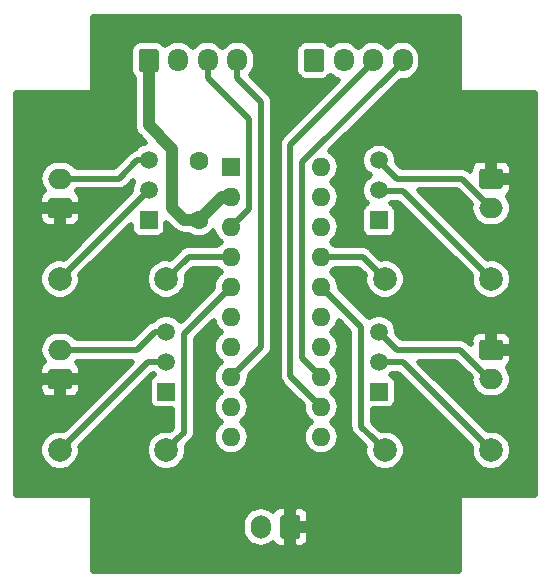
<source format=gbr>
G04 #@! TF.GenerationSoftware,KiCad,Pcbnew,(5.1.4)-1*
G04 #@! TF.CreationDate,2020-08-13T18:30:19+03:00*
G04 #@! TF.ProjectId,4_switch_array,345f7377-6974-4636-985f-61727261792e,rev?*
G04 #@! TF.SameCoordinates,Original*
G04 #@! TF.FileFunction,Copper,L1,Top*
G04 #@! TF.FilePolarity,Positive*
%FSLAX46Y46*%
G04 Gerber Fmt 4.6, Leading zero omitted, Abs format (unit mm)*
G04 Created by KiCad (PCBNEW (5.1.4)-1) date 2020-08-13 18:30:19*
%MOMM*%
%LPD*%
G04 APERTURE LIST*
%ADD10C,1.600000*%
%ADD11O,1.600000X1.600000*%
%ADD12R,1.600000X1.600000*%
%ADD13C,2.000000*%
%ADD14R,1.500000X1.500000*%
%ADD15C,1.500000*%
%ADD16O,1.700000X2.000000*%
%ADD17C,0.100000*%
%ADD18C,1.700000*%
%ADD19O,2.000000X1.700000*%
%ADD20O,1.700000X1.950000*%
%ADD21C,1.000000*%
%ADD22C,0.500000*%
G04 APERTURE END LIST*
D10*
X140250000Y-46500000D03*
X140250000Y-51500000D03*
D11*
X150620000Y-47000000D03*
X143000000Y-69860000D03*
X150620000Y-49540000D03*
X143000000Y-67320000D03*
X150620000Y-52080000D03*
X143000000Y-64780000D03*
X150620000Y-54620000D03*
X143000000Y-62240000D03*
X150620000Y-57160000D03*
X143000000Y-59700000D03*
X150620000Y-59700000D03*
X143000000Y-57160000D03*
X150620000Y-62240000D03*
X143000000Y-54620000D03*
X150620000Y-64780000D03*
X143000000Y-52080000D03*
X150620000Y-67320000D03*
X143000000Y-49540000D03*
X150620000Y-69860000D03*
D12*
X143000000Y-47000000D03*
D13*
X128500000Y-71000000D03*
X137500000Y-71000000D03*
X165000000Y-56500000D03*
X156000000Y-56500000D03*
X128500000Y-56500000D03*
X137500000Y-56500000D03*
X165000000Y-71000000D03*
X156000000Y-71000000D03*
D14*
X137500000Y-66040000D03*
D15*
X137500000Y-60960000D03*
X137500000Y-63500000D03*
D14*
X155500000Y-51540000D03*
D15*
X155500000Y-46460000D03*
X155500000Y-49000000D03*
D14*
X136000000Y-51500000D03*
D15*
X136000000Y-46420000D03*
X136000000Y-48960000D03*
D14*
X155500000Y-66040000D03*
D15*
X155500000Y-60960000D03*
X155500000Y-63500000D03*
D16*
X145500000Y-77500000D03*
D17*
G36*
X148624504Y-76501204D02*
G01*
X148648773Y-76504804D01*
X148672571Y-76510765D01*
X148695671Y-76519030D01*
X148717849Y-76529520D01*
X148738893Y-76542133D01*
X148758598Y-76556747D01*
X148776777Y-76573223D01*
X148793253Y-76591402D01*
X148807867Y-76611107D01*
X148820480Y-76632151D01*
X148830970Y-76654329D01*
X148839235Y-76677429D01*
X148845196Y-76701227D01*
X148848796Y-76725496D01*
X148850000Y-76750000D01*
X148850000Y-78250000D01*
X148848796Y-78274504D01*
X148845196Y-78298773D01*
X148839235Y-78322571D01*
X148830970Y-78345671D01*
X148820480Y-78367849D01*
X148807867Y-78388893D01*
X148793253Y-78408598D01*
X148776777Y-78426777D01*
X148758598Y-78443253D01*
X148738893Y-78457867D01*
X148717849Y-78470480D01*
X148695671Y-78480970D01*
X148672571Y-78489235D01*
X148648773Y-78495196D01*
X148624504Y-78498796D01*
X148600000Y-78500000D01*
X147400000Y-78500000D01*
X147375496Y-78498796D01*
X147351227Y-78495196D01*
X147327429Y-78489235D01*
X147304329Y-78480970D01*
X147282151Y-78470480D01*
X147261107Y-78457867D01*
X147241402Y-78443253D01*
X147223223Y-78426777D01*
X147206747Y-78408598D01*
X147192133Y-78388893D01*
X147179520Y-78367849D01*
X147169030Y-78345671D01*
X147160765Y-78322571D01*
X147154804Y-78298773D01*
X147151204Y-78274504D01*
X147150000Y-78250000D01*
X147150000Y-76750000D01*
X147151204Y-76725496D01*
X147154804Y-76701227D01*
X147160765Y-76677429D01*
X147169030Y-76654329D01*
X147179520Y-76632151D01*
X147192133Y-76611107D01*
X147206747Y-76591402D01*
X147223223Y-76573223D01*
X147241402Y-76556747D01*
X147261107Y-76542133D01*
X147282151Y-76529520D01*
X147304329Y-76519030D01*
X147327429Y-76510765D01*
X147351227Y-76504804D01*
X147375496Y-76501204D01*
X147400000Y-76500000D01*
X148600000Y-76500000D01*
X148624504Y-76501204D01*
X148624504Y-76501204D01*
G37*
D18*
X148000000Y-77500000D03*
D19*
X128500000Y-62500000D03*
D17*
G36*
X129274504Y-64151204D02*
G01*
X129298773Y-64154804D01*
X129322571Y-64160765D01*
X129345671Y-64169030D01*
X129367849Y-64179520D01*
X129388893Y-64192133D01*
X129408598Y-64206747D01*
X129426777Y-64223223D01*
X129443253Y-64241402D01*
X129457867Y-64261107D01*
X129470480Y-64282151D01*
X129480970Y-64304329D01*
X129489235Y-64327429D01*
X129495196Y-64351227D01*
X129498796Y-64375496D01*
X129500000Y-64400000D01*
X129500000Y-65600000D01*
X129498796Y-65624504D01*
X129495196Y-65648773D01*
X129489235Y-65672571D01*
X129480970Y-65695671D01*
X129470480Y-65717849D01*
X129457867Y-65738893D01*
X129443253Y-65758598D01*
X129426777Y-65776777D01*
X129408598Y-65793253D01*
X129388893Y-65807867D01*
X129367849Y-65820480D01*
X129345671Y-65830970D01*
X129322571Y-65839235D01*
X129298773Y-65845196D01*
X129274504Y-65848796D01*
X129250000Y-65850000D01*
X127750000Y-65850000D01*
X127725496Y-65848796D01*
X127701227Y-65845196D01*
X127677429Y-65839235D01*
X127654329Y-65830970D01*
X127632151Y-65820480D01*
X127611107Y-65807867D01*
X127591402Y-65793253D01*
X127573223Y-65776777D01*
X127556747Y-65758598D01*
X127542133Y-65738893D01*
X127529520Y-65717849D01*
X127519030Y-65695671D01*
X127510765Y-65672571D01*
X127504804Y-65648773D01*
X127501204Y-65624504D01*
X127500000Y-65600000D01*
X127500000Y-64400000D01*
X127501204Y-64375496D01*
X127504804Y-64351227D01*
X127510765Y-64327429D01*
X127519030Y-64304329D01*
X127529520Y-64282151D01*
X127542133Y-64261107D01*
X127556747Y-64241402D01*
X127573223Y-64223223D01*
X127591402Y-64206747D01*
X127611107Y-64192133D01*
X127632151Y-64179520D01*
X127654329Y-64169030D01*
X127677429Y-64160765D01*
X127701227Y-64154804D01*
X127725496Y-64151204D01*
X127750000Y-64150000D01*
X129250000Y-64150000D01*
X129274504Y-64151204D01*
X129274504Y-64151204D01*
G37*
D18*
X128500000Y-65000000D03*
D19*
X165000000Y-50500000D03*
D17*
G36*
X165774504Y-47151204D02*
G01*
X165798773Y-47154804D01*
X165822571Y-47160765D01*
X165845671Y-47169030D01*
X165867849Y-47179520D01*
X165888893Y-47192133D01*
X165908598Y-47206747D01*
X165926777Y-47223223D01*
X165943253Y-47241402D01*
X165957867Y-47261107D01*
X165970480Y-47282151D01*
X165980970Y-47304329D01*
X165989235Y-47327429D01*
X165995196Y-47351227D01*
X165998796Y-47375496D01*
X166000000Y-47400000D01*
X166000000Y-48600000D01*
X165998796Y-48624504D01*
X165995196Y-48648773D01*
X165989235Y-48672571D01*
X165980970Y-48695671D01*
X165970480Y-48717849D01*
X165957867Y-48738893D01*
X165943253Y-48758598D01*
X165926777Y-48776777D01*
X165908598Y-48793253D01*
X165888893Y-48807867D01*
X165867849Y-48820480D01*
X165845671Y-48830970D01*
X165822571Y-48839235D01*
X165798773Y-48845196D01*
X165774504Y-48848796D01*
X165750000Y-48850000D01*
X164250000Y-48850000D01*
X164225496Y-48848796D01*
X164201227Y-48845196D01*
X164177429Y-48839235D01*
X164154329Y-48830970D01*
X164132151Y-48820480D01*
X164111107Y-48807867D01*
X164091402Y-48793253D01*
X164073223Y-48776777D01*
X164056747Y-48758598D01*
X164042133Y-48738893D01*
X164029520Y-48717849D01*
X164019030Y-48695671D01*
X164010765Y-48672571D01*
X164004804Y-48648773D01*
X164001204Y-48624504D01*
X164000000Y-48600000D01*
X164000000Y-47400000D01*
X164001204Y-47375496D01*
X164004804Y-47351227D01*
X164010765Y-47327429D01*
X164019030Y-47304329D01*
X164029520Y-47282151D01*
X164042133Y-47261107D01*
X164056747Y-47241402D01*
X164073223Y-47223223D01*
X164091402Y-47206747D01*
X164111107Y-47192133D01*
X164132151Y-47179520D01*
X164154329Y-47169030D01*
X164177429Y-47160765D01*
X164201227Y-47154804D01*
X164225496Y-47151204D01*
X164250000Y-47150000D01*
X165750000Y-47150000D01*
X165774504Y-47151204D01*
X165774504Y-47151204D01*
G37*
D18*
X165000000Y-48000000D03*
D19*
X128500000Y-48000000D03*
D17*
G36*
X129274504Y-49651204D02*
G01*
X129298773Y-49654804D01*
X129322571Y-49660765D01*
X129345671Y-49669030D01*
X129367849Y-49679520D01*
X129388893Y-49692133D01*
X129408598Y-49706747D01*
X129426777Y-49723223D01*
X129443253Y-49741402D01*
X129457867Y-49761107D01*
X129470480Y-49782151D01*
X129480970Y-49804329D01*
X129489235Y-49827429D01*
X129495196Y-49851227D01*
X129498796Y-49875496D01*
X129500000Y-49900000D01*
X129500000Y-51100000D01*
X129498796Y-51124504D01*
X129495196Y-51148773D01*
X129489235Y-51172571D01*
X129480970Y-51195671D01*
X129470480Y-51217849D01*
X129457867Y-51238893D01*
X129443253Y-51258598D01*
X129426777Y-51276777D01*
X129408598Y-51293253D01*
X129388893Y-51307867D01*
X129367849Y-51320480D01*
X129345671Y-51330970D01*
X129322571Y-51339235D01*
X129298773Y-51345196D01*
X129274504Y-51348796D01*
X129250000Y-51350000D01*
X127750000Y-51350000D01*
X127725496Y-51348796D01*
X127701227Y-51345196D01*
X127677429Y-51339235D01*
X127654329Y-51330970D01*
X127632151Y-51320480D01*
X127611107Y-51307867D01*
X127591402Y-51293253D01*
X127573223Y-51276777D01*
X127556747Y-51258598D01*
X127542133Y-51238893D01*
X127529520Y-51217849D01*
X127519030Y-51195671D01*
X127510765Y-51172571D01*
X127504804Y-51148773D01*
X127501204Y-51124504D01*
X127500000Y-51100000D01*
X127500000Y-49900000D01*
X127501204Y-49875496D01*
X127504804Y-49851227D01*
X127510765Y-49827429D01*
X127519030Y-49804329D01*
X127529520Y-49782151D01*
X127542133Y-49761107D01*
X127556747Y-49741402D01*
X127573223Y-49723223D01*
X127591402Y-49706747D01*
X127611107Y-49692133D01*
X127632151Y-49679520D01*
X127654329Y-49669030D01*
X127677429Y-49660765D01*
X127701227Y-49654804D01*
X127725496Y-49651204D01*
X127750000Y-49650000D01*
X129250000Y-49650000D01*
X129274504Y-49651204D01*
X129274504Y-49651204D01*
G37*
D18*
X128500000Y-50500000D03*
D19*
X165000000Y-65000000D03*
D17*
G36*
X165774504Y-61651204D02*
G01*
X165798773Y-61654804D01*
X165822571Y-61660765D01*
X165845671Y-61669030D01*
X165867849Y-61679520D01*
X165888893Y-61692133D01*
X165908598Y-61706747D01*
X165926777Y-61723223D01*
X165943253Y-61741402D01*
X165957867Y-61761107D01*
X165970480Y-61782151D01*
X165980970Y-61804329D01*
X165989235Y-61827429D01*
X165995196Y-61851227D01*
X165998796Y-61875496D01*
X166000000Y-61900000D01*
X166000000Y-63100000D01*
X165998796Y-63124504D01*
X165995196Y-63148773D01*
X165989235Y-63172571D01*
X165980970Y-63195671D01*
X165970480Y-63217849D01*
X165957867Y-63238893D01*
X165943253Y-63258598D01*
X165926777Y-63276777D01*
X165908598Y-63293253D01*
X165888893Y-63307867D01*
X165867849Y-63320480D01*
X165845671Y-63330970D01*
X165822571Y-63339235D01*
X165798773Y-63345196D01*
X165774504Y-63348796D01*
X165750000Y-63350000D01*
X164250000Y-63350000D01*
X164225496Y-63348796D01*
X164201227Y-63345196D01*
X164177429Y-63339235D01*
X164154329Y-63330970D01*
X164132151Y-63320480D01*
X164111107Y-63307867D01*
X164091402Y-63293253D01*
X164073223Y-63276777D01*
X164056747Y-63258598D01*
X164042133Y-63238893D01*
X164029520Y-63217849D01*
X164019030Y-63195671D01*
X164010765Y-63172571D01*
X164004804Y-63148773D01*
X164001204Y-63124504D01*
X164000000Y-63100000D01*
X164000000Y-61900000D01*
X164001204Y-61875496D01*
X164004804Y-61851227D01*
X164010765Y-61827429D01*
X164019030Y-61804329D01*
X164029520Y-61782151D01*
X164042133Y-61761107D01*
X164056747Y-61741402D01*
X164073223Y-61723223D01*
X164091402Y-61706747D01*
X164111107Y-61692133D01*
X164132151Y-61679520D01*
X164154329Y-61669030D01*
X164177429Y-61660765D01*
X164201227Y-61654804D01*
X164225496Y-61651204D01*
X164250000Y-61650000D01*
X165750000Y-61650000D01*
X165774504Y-61651204D01*
X165774504Y-61651204D01*
G37*
D18*
X165000000Y-62500000D03*
D20*
X157500000Y-38000000D03*
X155000000Y-38000000D03*
X152500000Y-38000000D03*
D17*
G36*
X150624504Y-37026204D02*
G01*
X150648773Y-37029804D01*
X150672571Y-37035765D01*
X150695671Y-37044030D01*
X150717849Y-37054520D01*
X150738893Y-37067133D01*
X150758598Y-37081747D01*
X150776777Y-37098223D01*
X150793253Y-37116402D01*
X150807867Y-37136107D01*
X150820480Y-37157151D01*
X150830970Y-37179329D01*
X150839235Y-37202429D01*
X150845196Y-37226227D01*
X150848796Y-37250496D01*
X150850000Y-37275000D01*
X150850000Y-38725000D01*
X150848796Y-38749504D01*
X150845196Y-38773773D01*
X150839235Y-38797571D01*
X150830970Y-38820671D01*
X150820480Y-38842849D01*
X150807867Y-38863893D01*
X150793253Y-38883598D01*
X150776777Y-38901777D01*
X150758598Y-38918253D01*
X150738893Y-38932867D01*
X150717849Y-38945480D01*
X150695671Y-38955970D01*
X150672571Y-38964235D01*
X150648773Y-38970196D01*
X150624504Y-38973796D01*
X150600000Y-38975000D01*
X149400000Y-38975000D01*
X149375496Y-38973796D01*
X149351227Y-38970196D01*
X149327429Y-38964235D01*
X149304329Y-38955970D01*
X149282151Y-38945480D01*
X149261107Y-38932867D01*
X149241402Y-38918253D01*
X149223223Y-38901777D01*
X149206747Y-38883598D01*
X149192133Y-38863893D01*
X149179520Y-38842849D01*
X149169030Y-38820671D01*
X149160765Y-38797571D01*
X149154804Y-38773773D01*
X149151204Y-38749504D01*
X149150000Y-38725000D01*
X149150000Y-37275000D01*
X149151204Y-37250496D01*
X149154804Y-37226227D01*
X149160765Y-37202429D01*
X149169030Y-37179329D01*
X149179520Y-37157151D01*
X149192133Y-37136107D01*
X149206747Y-37116402D01*
X149223223Y-37098223D01*
X149241402Y-37081747D01*
X149261107Y-37067133D01*
X149282151Y-37054520D01*
X149304329Y-37044030D01*
X149327429Y-37035765D01*
X149351227Y-37029804D01*
X149375496Y-37026204D01*
X149400000Y-37025000D01*
X150600000Y-37025000D01*
X150624504Y-37026204D01*
X150624504Y-37026204D01*
G37*
D18*
X150000000Y-38000000D03*
D20*
X143500000Y-38000000D03*
X141000000Y-38000000D03*
X138500000Y-38000000D03*
D17*
G36*
X136624504Y-37026204D02*
G01*
X136648773Y-37029804D01*
X136672571Y-37035765D01*
X136695671Y-37044030D01*
X136717849Y-37054520D01*
X136738893Y-37067133D01*
X136758598Y-37081747D01*
X136776777Y-37098223D01*
X136793253Y-37116402D01*
X136807867Y-37136107D01*
X136820480Y-37157151D01*
X136830970Y-37179329D01*
X136839235Y-37202429D01*
X136845196Y-37226227D01*
X136848796Y-37250496D01*
X136850000Y-37275000D01*
X136850000Y-38725000D01*
X136848796Y-38749504D01*
X136845196Y-38773773D01*
X136839235Y-38797571D01*
X136830970Y-38820671D01*
X136820480Y-38842849D01*
X136807867Y-38863893D01*
X136793253Y-38883598D01*
X136776777Y-38901777D01*
X136758598Y-38918253D01*
X136738893Y-38932867D01*
X136717849Y-38945480D01*
X136695671Y-38955970D01*
X136672571Y-38964235D01*
X136648773Y-38970196D01*
X136624504Y-38973796D01*
X136600000Y-38975000D01*
X135400000Y-38975000D01*
X135375496Y-38973796D01*
X135351227Y-38970196D01*
X135327429Y-38964235D01*
X135304329Y-38955970D01*
X135282151Y-38945480D01*
X135261107Y-38932867D01*
X135241402Y-38918253D01*
X135223223Y-38901777D01*
X135206747Y-38883598D01*
X135192133Y-38863893D01*
X135179520Y-38842849D01*
X135169030Y-38820671D01*
X135160765Y-38797571D01*
X135154804Y-38773773D01*
X135151204Y-38749504D01*
X135150000Y-38725000D01*
X135150000Y-37275000D01*
X135151204Y-37250496D01*
X135154804Y-37226227D01*
X135160765Y-37202429D01*
X135169030Y-37179329D01*
X135179520Y-37157151D01*
X135192133Y-37136107D01*
X135206747Y-37116402D01*
X135223223Y-37098223D01*
X135241402Y-37081747D01*
X135261107Y-37067133D01*
X135282151Y-37054520D01*
X135304329Y-37044030D01*
X135327429Y-37035765D01*
X135351227Y-37029804D01*
X135375496Y-37026204D01*
X135400000Y-37025000D01*
X136600000Y-37025000D01*
X136624504Y-37026204D01*
X136624504Y-37026204D01*
G37*
D18*
X136000000Y-38000000D03*
D21*
X142540000Y-49540000D02*
X143000000Y-49540000D01*
X142210000Y-49540000D02*
X140250000Y-51500000D01*
X143000000Y-49540000D02*
X142210000Y-49540000D01*
X139000000Y-51500000D02*
X140250000Y-51500000D01*
X138000000Y-50500000D02*
X139000000Y-51500000D01*
X138000000Y-45500000D02*
X138000000Y-50500000D01*
X136000000Y-38000000D02*
X136000000Y-43500000D01*
X136000000Y-43500000D02*
X138000000Y-45500000D01*
D22*
X135960000Y-49040000D02*
X128500000Y-56500000D01*
X137500000Y-63540000D02*
X135960000Y-63540000D01*
X135960000Y-63540000D02*
X128500000Y-71000000D01*
X157540000Y-49040000D02*
X165000000Y-56500000D01*
X155500000Y-49040000D02*
X157540000Y-49040000D01*
X157540000Y-63540000D02*
X165000000Y-71000000D01*
X155500000Y-63540000D02*
X157540000Y-63540000D01*
X139380000Y-54620000D02*
X137500000Y-56500000D01*
X143000000Y-54620000D02*
X139380000Y-54620000D01*
X138499999Y-70000001D02*
X137500000Y-71000000D01*
X139000000Y-69500000D02*
X138499999Y-70000001D01*
X143000000Y-57160000D02*
X139000000Y-61160000D01*
X139000000Y-61160000D02*
X139000000Y-69500000D01*
X154120000Y-54620000D02*
X156000000Y-56500000D01*
X150620000Y-54620000D02*
X154120000Y-54620000D01*
X155000001Y-70000001D02*
X156000000Y-71000000D01*
X154000000Y-69000000D02*
X155000001Y-70000001D01*
X150620000Y-57160000D02*
X154000000Y-60540000D01*
X154000000Y-60540000D02*
X154000000Y-69000000D01*
X143799999Y-63980001D02*
X143000000Y-64780000D01*
X145500000Y-62280000D02*
X143799999Y-63980001D01*
X145500000Y-41475000D02*
X145500000Y-62280000D01*
X143500000Y-38000000D02*
X143500000Y-39475000D01*
X143500000Y-39475000D02*
X145500000Y-41475000D01*
X143799999Y-51280001D02*
X143000000Y-52080000D01*
X144500000Y-50580000D02*
X143799999Y-51280001D01*
X144500000Y-42975000D02*
X144500000Y-50580000D01*
X141000000Y-38000000D02*
X141000000Y-39475000D01*
X141000000Y-39475000D02*
X144500000Y-42975000D01*
X157500000Y-38125000D02*
X157500000Y-38000000D01*
X149000000Y-46625000D02*
X157500000Y-38125000D01*
X150620000Y-64780000D02*
X149000000Y-63160000D01*
X149000000Y-63160000D02*
X149000000Y-46625000D01*
X150620000Y-67320000D02*
X148000000Y-64700000D01*
X155000000Y-38125000D02*
X155000000Y-38000000D01*
X148000000Y-45125000D02*
X155000000Y-38125000D01*
X148000000Y-45500000D02*
X148000000Y-45125000D01*
X148000000Y-64700000D02*
X148000000Y-45500000D01*
X133500000Y-48000000D02*
X128500000Y-48000000D01*
X136000000Y-46460000D02*
X135040000Y-46460000D01*
X135040000Y-46460000D02*
X133500000Y-48000000D01*
X135000000Y-62500000D02*
X128500000Y-62500000D01*
X136540000Y-60960000D02*
X135000000Y-62500000D01*
X137500000Y-60960000D02*
X136540000Y-60960000D01*
X162500000Y-48000000D02*
X165000000Y-50500000D01*
X155500000Y-46500000D02*
X157000000Y-48000000D01*
X157000000Y-48000000D02*
X162500000Y-48000000D01*
X164850000Y-65000000D02*
X165000000Y-65000000D01*
X162350000Y-62500000D02*
X164850000Y-65000000D01*
X155500000Y-60960000D02*
X157040000Y-62500000D01*
X157040000Y-62500000D02*
X162350000Y-62500000D01*
G36*
X162250000Y-40500000D02*
G01*
X162254804Y-40548773D01*
X162269030Y-40595671D01*
X162292133Y-40638893D01*
X162323223Y-40676777D01*
X162361107Y-40707867D01*
X162404329Y-40730970D01*
X162451227Y-40745196D01*
X162500000Y-40750000D01*
X168725000Y-40750000D01*
X168725001Y-74750000D01*
X162500000Y-74750000D01*
X162451227Y-74754804D01*
X162404329Y-74769030D01*
X162361107Y-74792133D01*
X162323223Y-74823223D01*
X162292133Y-74861107D01*
X162269030Y-74904329D01*
X162254804Y-74951227D01*
X162250000Y-75000000D01*
X162250000Y-81225000D01*
X131250000Y-81225000D01*
X131250000Y-77271403D01*
X143900000Y-77271403D01*
X143900000Y-77728596D01*
X143923151Y-77963654D01*
X144014641Y-78265255D01*
X144163212Y-78543212D01*
X144363155Y-78786845D01*
X144606787Y-78986788D01*
X144884744Y-79135359D01*
X145186345Y-79226849D01*
X145500000Y-79257741D01*
X145813654Y-79226849D01*
X146115255Y-79135359D01*
X146393212Y-78986788D01*
X146508990Y-78891772D01*
X146523380Y-78918694D01*
X146617104Y-79032896D01*
X146731306Y-79126620D01*
X146861599Y-79196262D01*
X147002974Y-79239148D01*
X147150000Y-79253629D01*
X147562500Y-79250000D01*
X147750000Y-79062500D01*
X147750000Y-77750000D01*
X148250000Y-77750000D01*
X148250000Y-79062500D01*
X148437500Y-79250000D01*
X148850000Y-79253629D01*
X148997026Y-79239148D01*
X149138401Y-79196262D01*
X149268694Y-79126620D01*
X149382896Y-79032896D01*
X149476620Y-78918694D01*
X149546262Y-78788401D01*
X149589148Y-78647026D01*
X149603629Y-78500000D01*
X149600000Y-77937500D01*
X149412500Y-77750000D01*
X148250000Y-77750000D01*
X147750000Y-77750000D01*
X147730000Y-77750000D01*
X147730000Y-77250000D01*
X147750000Y-77250000D01*
X147750000Y-75937500D01*
X148250000Y-75937500D01*
X148250000Y-77250000D01*
X149412500Y-77250000D01*
X149600000Y-77062500D01*
X149603629Y-76500000D01*
X149589148Y-76352974D01*
X149546262Y-76211599D01*
X149476620Y-76081306D01*
X149382896Y-75967104D01*
X149268694Y-75873380D01*
X149138401Y-75803738D01*
X148997026Y-75760852D01*
X148850000Y-75746371D01*
X148437500Y-75750000D01*
X148250000Y-75937500D01*
X147750000Y-75937500D01*
X147562500Y-75750000D01*
X147150000Y-75746371D01*
X147002974Y-75760852D01*
X146861599Y-75803738D01*
X146731306Y-75873380D01*
X146617104Y-75967104D01*
X146523380Y-76081306D01*
X146508990Y-76108228D01*
X146393213Y-76013212D01*
X146115256Y-75864641D01*
X145813655Y-75773151D01*
X145500000Y-75742259D01*
X145186346Y-75773151D01*
X144884745Y-75864641D01*
X144606788Y-76013212D01*
X144363155Y-76213155D01*
X144163212Y-76456787D01*
X144014641Y-76734744D01*
X143923151Y-77036345D01*
X143900000Y-77271403D01*
X131250000Y-77271403D01*
X131250000Y-75000000D01*
X131245196Y-74951227D01*
X131230970Y-74904329D01*
X131207867Y-74861107D01*
X131176777Y-74823223D01*
X131138893Y-74792133D01*
X131095671Y-74769030D01*
X131048773Y-74754804D01*
X131000000Y-74750000D01*
X124775000Y-74750000D01*
X124775000Y-65850000D01*
X126746371Y-65850000D01*
X126760852Y-65997026D01*
X126803738Y-66138401D01*
X126873380Y-66268694D01*
X126967104Y-66382896D01*
X127081306Y-66476620D01*
X127211599Y-66546262D01*
X127352974Y-66589148D01*
X127500000Y-66603629D01*
X128062500Y-66600000D01*
X128250000Y-66412500D01*
X128250000Y-65250000D01*
X128750000Y-65250000D01*
X128750000Y-66412500D01*
X128937500Y-66600000D01*
X129500000Y-66603629D01*
X129647026Y-66589148D01*
X129788401Y-66546262D01*
X129918694Y-66476620D01*
X130032896Y-66382896D01*
X130126620Y-66268694D01*
X130196262Y-66138401D01*
X130239148Y-65997026D01*
X130253629Y-65850000D01*
X130250000Y-65437500D01*
X130062500Y-65250000D01*
X128750000Y-65250000D01*
X128250000Y-65250000D01*
X126937500Y-65250000D01*
X126750000Y-65437500D01*
X126746371Y-65850000D01*
X124775000Y-65850000D01*
X124775000Y-51350000D01*
X126746371Y-51350000D01*
X126760852Y-51497026D01*
X126803738Y-51638401D01*
X126873380Y-51768694D01*
X126967104Y-51882896D01*
X127081306Y-51976620D01*
X127211599Y-52046262D01*
X127352974Y-52089148D01*
X127500000Y-52103629D01*
X128062500Y-52100000D01*
X128250000Y-51912500D01*
X128250000Y-50750000D01*
X128750000Y-50750000D01*
X128750000Y-51912500D01*
X128937500Y-52100000D01*
X129500000Y-52103629D01*
X129647026Y-52089148D01*
X129788401Y-52046262D01*
X129918694Y-51976620D01*
X130032896Y-51882896D01*
X130126620Y-51768694D01*
X130196262Y-51638401D01*
X130239148Y-51497026D01*
X130253629Y-51350000D01*
X130250000Y-50937500D01*
X130062500Y-50750000D01*
X128750000Y-50750000D01*
X128250000Y-50750000D01*
X126937500Y-50750000D01*
X126750000Y-50937500D01*
X126746371Y-51350000D01*
X124775000Y-51350000D01*
X124775000Y-48000000D01*
X126742259Y-48000000D01*
X126773151Y-48313655D01*
X126864641Y-48615256D01*
X127013212Y-48893213D01*
X127108228Y-49008990D01*
X127081306Y-49023380D01*
X126967104Y-49117104D01*
X126873380Y-49231306D01*
X126803738Y-49361599D01*
X126760852Y-49502974D01*
X126746371Y-49650000D01*
X126750000Y-50062500D01*
X126937500Y-50250000D01*
X128250000Y-50250000D01*
X128250000Y-50230000D01*
X128750000Y-50230000D01*
X128750000Y-50250000D01*
X130062500Y-50250000D01*
X130250000Y-50062500D01*
X130253629Y-49650000D01*
X130239148Y-49502974D01*
X130196262Y-49361599D01*
X130126620Y-49231306D01*
X130032896Y-49117104D01*
X129918694Y-49023380D01*
X129891772Y-49008990D01*
X129899150Y-49000000D01*
X133450880Y-49000000D01*
X133500000Y-49004838D01*
X133549120Y-49000000D01*
X133696034Y-48985530D01*
X133884535Y-48928349D01*
X134058258Y-48835492D01*
X134210528Y-48710528D01*
X134241849Y-48672363D01*
X134682774Y-48231438D01*
X134670717Y-48249483D01*
X134557644Y-48522466D01*
X134500000Y-48812263D01*
X134500000Y-49085787D01*
X128808674Y-54777114D01*
X128672360Y-54750000D01*
X128327640Y-54750000D01*
X127989544Y-54817251D01*
X127671064Y-54949170D01*
X127384440Y-55140686D01*
X127140686Y-55384440D01*
X126949170Y-55671064D01*
X126817251Y-55989544D01*
X126750000Y-56327640D01*
X126750000Y-56672360D01*
X126817251Y-57010456D01*
X126949170Y-57328936D01*
X127140686Y-57615560D01*
X127384440Y-57859314D01*
X127671064Y-58050830D01*
X127989544Y-58182749D01*
X128327640Y-58250000D01*
X128672360Y-58250000D01*
X129010456Y-58182749D01*
X129328936Y-58050830D01*
X129615560Y-57859314D01*
X129859314Y-57615560D01*
X130050830Y-57328936D01*
X130182749Y-57010456D01*
X130250000Y-56672360D01*
X130250000Y-56327640D01*
X130222886Y-56191326D01*
X134496372Y-51917841D01*
X134496372Y-52250000D01*
X134510853Y-52397026D01*
X134553739Y-52538401D01*
X134623381Y-52668693D01*
X134717105Y-52782895D01*
X134831307Y-52876619D01*
X134961599Y-52946261D01*
X135102974Y-52989147D01*
X135250000Y-53003628D01*
X136750000Y-53003628D01*
X136897026Y-52989147D01*
X137038401Y-52946261D01*
X137168693Y-52876619D01*
X137282895Y-52782895D01*
X137376619Y-52668693D01*
X137446261Y-52538401D01*
X137489147Y-52397026D01*
X137503628Y-52250000D01*
X137503628Y-51771394D01*
X138072695Y-52340462D01*
X138111840Y-52388160D01*
X138302177Y-52544366D01*
X138477835Y-52638257D01*
X138519331Y-52660437D01*
X138754957Y-52731913D01*
X139000000Y-52756048D01*
X139061405Y-52750000D01*
X139330830Y-52750000D01*
X139515800Y-52873592D01*
X139797882Y-52990435D01*
X140097338Y-53050000D01*
X140402662Y-53050000D01*
X140702118Y-52990435D01*
X140984200Y-52873592D01*
X141238068Y-52703964D01*
X141453964Y-52488068D01*
X141488405Y-52436523D01*
X141561059Y-52676029D01*
X141704987Y-52945300D01*
X141898682Y-53181318D01*
X142104222Y-53350000D01*
X141898682Y-53518682D01*
X141815532Y-53620000D01*
X139429109Y-53620000D01*
X139379999Y-53615163D01*
X139330889Y-53620000D01*
X139330880Y-53620000D01*
X139183966Y-53634470D01*
X138995465Y-53691651D01*
X138821742Y-53784508D01*
X138669472Y-53909472D01*
X138638160Y-53947626D01*
X137808673Y-54777114D01*
X137672360Y-54750000D01*
X137327640Y-54750000D01*
X136989544Y-54817251D01*
X136671064Y-54949170D01*
X136384440Y-55140686D01*
X136140686Y-55384440D01*
X135949170Y-55671064D01*
X135817251Y-55989544D01*
X135750000Y-56327640D01*
X135750000Y-56672360D01*
X135817251Y-57010456D01*
X135949170Y-57328936D01*
X136140686Y-57615560D01*
X136384440Y-57859314D01*
X136671064Y-58050830D01*
X136989544Y-58182749D01*
X137327640Y-58250000D01*
X137672360Y-58250000D01*
X138010456Y-58182749D01*
X138328936Y-58050830D01*
X138615560Y-57859314D01*
X138859314Y-57615560D01*
X139050830Y-57328936D01*
X139182749Y-57010456D01*
X139250000Y-56672360D01*
X139250000Y-56327640D01*
X139222886Y-56191327D01*
X139794214Y-55620000D01*
X141815532Y-55620000D01*
X141898682Y-55721318D01*
X142104222Y-55890000D01*
X141898682Y-56058682D01*
X141704987Y-56294700D01*
X141561059Y-56563971D01*
X141472428Y-56856147D01*
X141442501Y-57160000D01*
X141455348Y-57290439D01*
X138695910Y-60049878D01*
X138665126Y-60003806D01*
X138456194Y-59794874D01*
X138210517Y-59630717D01*
X137937534Y-59517644D01*
X137647737Y-59460000D01*
X137352263Y-59460000D01*
X137062466Y-59517644D01*
X136789483Y-59630717D01*
X136543806Y-59794874D01*
X136366422Y-59972258D01*
X136343966Y-59974470D01*
X136155465Y-60031651D01*
X135981742Y-60124508D01*
X135829472Y-60249472D01*
X135798155Y-60287632D01*
X134585788Y-61500000D01*
X129899150Y-61500000D01*
X129786845Y-61363155D01*
X129543213Y-61163212D01*
X129265256Y-61014641D01*
X128963655Y-60923151D01*
X128728597Y-60900000D01*
X128271403Y-60900000D01*
X128036345Y-60923151D01*
X127734744Y-61014641D01*
X127456787Y-61163212D01*
X127213155Y-61363155D01*
X127013212Y-61606787D01*
X126864641Y-61884744D01*
X126773151Y-62186345D01*
X126742259Y-62500000D01*
X126773151Y-62813655D01*
X126864641Y-63115256D01*
X127013212Y-63393213D01*
X127108228Y-63508990D01*
X127081306Y-63523380D01*
X126967104Y-63617104D01*
X126873380Y-63731306D01*
X126803738Y-63861599D01*
X126760852Y-64002974D01*
X126746371Y-64150000D01*
X126750000Y-64562500D01*
X126937500Y-64750000D01*
X128250000Y-64750000D01*
X128250000Y-64730000D01*
X128750000Y-64730000D01*
X128750000Y-64750000D01*
X130062500Y-64750000D01*
X130250000Y-64562500D01*
X130253629Y-64150000D01*
X130239148Y-64002974D01*
X130196262Y-63861599D01*
X130126620Y-63731306D01*
X130032896Y-63617104D01*
X129918694Y-63523380D01*
X129891772Y-63508990D01*
X129899150Y-63500000D01*
X134585787Y-63500000D01*
X128808674Y-69277114D01*
X128672360Y-69250000D01*
X128327640Y-69250000D01*
X127989544Y-69317251D01*
X127671064Y-69449170D01*
X127384440Y-69640686D01*
X127140686Y-69884440D01*
X126949170Y-70171064D01*
X126817251Y-70489544D01*
X126750000Y-70827640D01*
X126750000Y-71172360D01*
X126817251Y-71510456D01*
X126949170Y-71828936D01*
X127140686Y-72115560D01*
X127384440Y-72359314D01*
X127671064Y-72550830D01*
X127989544Y-72682749D01*
X128327640Y-72750000D01*
X128672360Y-72750000D01*
X129010456Y-72682749D01*
X129328936Y-72550830D01*
X129615560Y-72359314D01*
X129859314Y-72115560D01*
X130050830Y-71828936D01*
X130182749Y-71510456D01*
X130250000Y-71172360D01*
X130250000Y-70827640D01*
X130222886Y-70691326D01*
X136374213Y-64540000D01*
X136418680Y-64540000D01*
X136469901Y-64591221D01*
X136461599Y-64593739D01*
X136331307Y-64663381D01*
X136217105Y-64757105D01*
X136123381Y-64871307D01*
X136053739Y-65001599D01*
X136010853Y-65142974D01*
X135996372Y-65290000D01*
X135996372Y-66790000D01*
X136010853Y-66937026D01*
X136053739Y-67078401D01*
X136123381Y-67208693D01*
X136217105Y-67322895D01*
X136331307Y-67416619D01*
X136461599Y-67486261D01*
X136602974Y-67529147D01*
X136750000Y-67543628D01*
X138000001Y-67543628D01*
X138000001Y-69085787D01*
X137827631Y-69258157D01*
X137827625Y-69258162D01*
X137808673Y-69277114D01*
X137672360Y-69250000D01*
X137327640Y-69250000D01*
X136989544Y-69317251D01*
X136671064Y-69449170D01*
X136384440Y-69640686D01*
X136140686Y-69884440D01*
X135949170Y-70171064D01*
X135817251Y-70489544D01*
X135750000Y-70827640D01*
X135750000Y-71172360D01*
X135817251Y-71510456D01*
X135949170Y-71828936D01*
X136140686Y-72115560D01*
X136384440Y-72359314D01*
X136671064Y-72550830D01*
X136989544Y-72682749D01*
X137327640Y-72750000D01*
X137672360Y-72750000D01*
X138010456Y-72682749D01*
X138328936Y-72550830D01*
X138615560Y-72359314D01*
X138859314Y-72115560D01*
X139050830Y-71828936D01*
X139182749Y-71510456D01*
X139250000Y-71172360D01*
X139250000Y-70827640D01*
X139222886Y-70691327D01*
X139241838Y-70672375D01*
X139241843Y-70672369D01*
X139672363Y-70241849D01*
X139710528Y-70210528D01*
X139835492Y-70058258D01*
X139928349Y-69884535D01*
X139985530Y-69696034D01*
X140000000Y-69549120D01*
X140000000Y-69549119D01*
X140004838Y-69500001D01*
X140000000Y-69450883D01*
X140000000Y-61574212D01*
X141495221Y-60078991D01*
X141561059Y-60296029D01*
X141704987Y-60565300D01*
X141898682Y-60801318D01*
X142104222Y-60970000D01*
X141898682Y-61138682D01*
X141704987Y-61374700D01*
X141561059Y-61643971D01*
X141472428Y-61936147D01*
X141442501Y-62240000D01*
X141472428Y-62543853D01*
X141561059Y-62836029D01*
X141704987Y-63105300D01*
X141898682Y-63341318D01*
X142104222Y-63510000D01*
X141898682Y-63678682D01*
X141704987Y-63914700D01*
X141561059Y-64183971D01*
X141472428Y-64476147D01*
X141442501Y-64780000D01*
X141472428Y-65083853D01*
X141561059Y-65376029D01*
X141704987Y-65645300D01*
X141898682Y-65881318D01*
X142104222Y-66050000D01*
X141898682Y-66218682D01*
X141704987Y-66454700D01*
X141561059Y-66723971D01*
X141472428Y-67016147D01*
X141442501Y-67320000D01*
X141472428Y-67623853D01*
X141561059Y-67916029D01*
X141704987Y-68185300D01*
X141898682Y-68421318D01*
X142104222Y-68590000D01*
X141898682Y-68758682D01*
X141704987Y-68994700D01*
X141561059Y-69263971D01*
X141472428Y-69556147D01*
X141442501Y-69860000D01*
X141472428Y-70163853D01*
X141561059Y-70456029D01*
X141704987Y-70725300D01*
X141898682Y-70961318D01*
X142134700Y-71155013D01*
X142403971Y-71298941D01*
X142696147Y-71387572D01*
X142923862Y-71410000D01*
X143076138Y-71410000D01*
X143303853Y-71387572D01*
X143596029Y-71298941D01*
X143865300Y-71155013D01*
X144101318Y-70961318D01*
X144295013Y-70725300D01*
X144438941Y-70456029D01*
X144527572Y-70163853D01*
X144557499Y-69860000D01*
X144527572Y-69556147D01*
X144438941Y-69263971D01*
X144295013Y-68994700D01*
X144101318Y-68758682D01*
X143895778Y-68590000D01*
X144101318Y-68421318D01*
X144295013Y-68185300D01*
X144438941Y-67916029D01*
X144527572Y-67623853D01*
X144557499Y-67320000D01*
X144527572Y-67016147D01*
X144438941Y-66723971D01*
X144295013Y-66454700D01*
X144101318Y-66218682D01*
X143895778Y-66050000D01*
X144101318Y-65881318D01*
X144295013Y-65645300D01*
X144438941Y-65376029D01*
X144527572Y-65083853D01*
X144557499Y-64780000D01*
X144544652Y-64649560D01*
X146172374Y-63021840D01*
X146210528Y-62990528D01*
X146335492Y-62838258D01*
X146428349Y-62664535D01*
X146485530Y-62476034D01*
X146500000Y-62329120D01*
X146500000Y-62329119D01*
X146504838Y-62280001D01*
X146500000Y-62230883D01*
X146500000Y-45125000D01*
X146995162Y-45125000D01*
X147000000Y-45174120D01*
X147000000Y-45549119D01*
X147000001Y-45549129D01*
X147000000Y-64650880D01*
X146995162Y-64700000D01*
X147012035Y-64871307D01*
X147014470Y-64896033D01*
X147071651Y-65084534D01*
X147164508Y-65258258D01*
X147289472Y-65410528D01*
X147327637Y-65441849D01*
X149075348Y-67189561D01*
X149062501Y-67320000D01*
X149092428Y-67623853D01*
X149181059Y-67916029D01*
X149324987Y-68185300D01*
X149518682Y-68421318D01*
X149724222Y-68590000D01*
X149518682Y-68758682D01*
X149324987Y-68994700D01*
X149181059Y-69263971D01*
X149092428Y-69556147D01*
X149062501Y-69860000D01*
X149092428Y-70163853D01*
X149181059Y-70456029D01*
X149324987Y-70725300D01*
X149518682Y-70961318D01*
X149754700Y-71155013D01*
X150023971Y-71298941D01*
X150316147Y-71387572D01*
X150543862Y-71410000D01*
X150696138Y-71410000D01*
X150923853Y-71387572D01*
X151216029Y-71298941D01*
X151485300Y-71155013D01*
X151721318Y-70961318D01*
X151915013Y-70725300D01*
X152058941Y-70456029D01*
X152147572Y-70163853D01*
X152177499Y-69860000D01*
X152147572Y-69556147D01*
X152058941Y-69263971D01*
X151915013Y-68994700D01*
X151721318Y-68758682D01*
X151515778Y-68590000D01*
X151721318Y-68421318D01*
X151915013Y-68185300D01*
X152058941Y-67916029D01*
X152147572Y-67623853D01*
X152177499Y-67320000D01*
X152147572Y-67016147D01*
X152058941Y-66723971D01*
X151915013Y-66454700D01*
X151721318Y-66218682D01*
X151515778Y-66050000D01*
X151721318Y-65881318D01*
X151915013Y-65645300D01*
X152058941Y-65376029D01*
X152147572Y-65083853D01*
X152177499Y-64780000D01*
X152147572Y-64476147D01*
X152058941Y-64183971D01*
X151915013Y-63914700D01*
X151721318Y-63678682D01*
X151515778Y-63510000D01*
X151721318Y-63341318D01*
X151915013Y-63105300D01*
X152058941Y-62836029D01*
X152147572Y-62543853D01*
X152177499Y-62240000D01*
X152147572Y-61936147D01*
X152058941Y-61643971D01*
X151915013Y-61374700D01*
X151721318Y-61138682D01*
X151515778Y-60970000D01*
X151721318Y-60801318D01*
X151915013Y-60565300D01*
X152058941Y-60296029D01*
X152124779Y-60078992D01*
X153000000Y-60954213D01*
X153000001Y-68950870D01*
X152995162Y-69000000D01*
X153014470Y-69196034D01*
X153071651Y-69384534D01*
X153071652Y-69384535D01*
X153164509Y-69558258D01*
X153289473Y-69710528D01*
X153327632Y-69741844D01*
X154277114Y-70691327D01*
X154250000Y-70827640D01*
X154250000Y-71172360D01*
X154317251Y-71510456D01*
X154449170Y-71828936D01*
X154640686Y-72115560D01*
X154884440Y-72359314D01*
X155171064Y-72550830D01*
X155489544Y-72682749D01*
X155827640Y-72750000D01*
X156172360Y-72750000D01*
X156510456Y-72682749D01*
X156828936Y-72550830D01*
X157115560Y-72359314D01*
X157359314Y-72115560D01*
X157550830Y-71828936D01*
X157682749Y-71510456D01*
X157750000Y-71172360D01*
X157750000Y-70827640D01*
X157682749Y-70489544D01*
X157550830Y-70171064D01*
X157359314Y-69884440D01*
X157115560Y-69640686D01*
X156828936Y-69449170D01*
X156510456Y-69317251D01*
X156172360Y-69250000D01*
X155827640Y-69250000D01*
X155691327Y-69277114D01*
X155000000Y-68585788D01*
X155000000Y-67543628D01*
X156250000Y-67543628D01*
X156397026Y-67529147D01*
X156538401Y-67486261D01*
X156668693Y-67416619D01*
X156782895Y-67322895D01*
X156876619Y-67208693D01*
X156946261Y-67078401D01*
X156989147Y-66937026D01*
X157003628Y-66790000D01*
X157003628Y-65290000D01*
X156989147Y-65142974D01*
X156946261Y-65001599D01*
X156876619Y-64871307D01*
X156782895Y-64757105D01*
X156668693Y-64663381D01*
X156538401Y-64593739D01*
X156530099Y-64591221D01*
X156581320Y-64540000D01*
X157125788Y-64540000D01*
X163277114Y-70691327D01*
X163250000Y-70827640D01*
X163250000Y-71172360D01*
X163317251Y-71510456D01*
X163449170Y-71828936D01*
X163640686Y-72115560D01*
X163884440Y-72359314D01*
X164171064Y-72550830D01*
X164489544Y-72682749D01*
X164827640Y-72750000D01*
X165172360Y-72750000D01*
X165510456Y-72682749D01*
X165828936Y-72550830D01*
X166115560Y-72359314D01*
X166359314Y-72115560D01*
X166550830Y-71828936D01*
X166682749Y-71510456D01*
X166750000Y-71172360D01*
X166750000Y-70827640D01*
X166682749Y-70489544D01*
X166550830Y-70171064D01*
X166359314Y-69884440D01*
X166115560Y-69640686D01*
X165828936Y-69449170D01*
X165510456Y-69317251D01*
X165172360Y-69250000D01*
X164827640Y-69250000D01*
X164691327Y-69277114D01*
X158914212Y-63500000D01*
X161935788Y-63500000D01*
X163259611Y-64823823D01*
X163242259Y-65000000D01*
X163273151Y-65313655D01*
X163364641Y-65615256D01*
X163513212Y-65893213D01*
X163713155Y-66136845D01*
X163956787Y-66336788D01*
X164234744Y-66485359D01*
X164536345Y-66576849D01*
X164771403Y-66600000D01*
X165228597Y-66600000D01*
X165463655Y-66576849D01*
X165765256Y-66485359D01*
X166043213Y-66336788D01*
X166286845Y-66136845D01*
X166486788Y-65893213D01*
X166635359Y-65615256D01*
X166726849Y-65313655D01*
X166757741Y-65000000D01*
X166726849Y-64686345D01*
X166635359Y-64384744D01*
X166486788Y-64106787D01*
X166391772Y-63991010D01*
X166418694Y-63976620D01*
X166532896Y-63882896D01*
X166626620Y-63768694D01*
X166696262Y-63638401D01*
X166739148Y-63497026D01*
X166753629Y-63350000D01*
X166750000Y-62937500D01*
X166562500Y-62750000D01*
X165250000Y-62750000D01*
X165250000Y-62770000D01*
X164750000Y-62770000D01*
X164750000Y-62750000D01*
X164730000Y-62750000D01*
X164730000Y-62250000D01*
X164750000Y-62250000D01*
X164750000Y-61087500D01*
X165250000Y-61087500D01*
X165250000Y-62250000D01*
X166562500Y-62250000D01*
X166750000Y-62062500D01*
X166753629Y-61650000D01*
X166739148Y-61502974D01*
X166696262Y-61361599D01*
X166626620Y-61231306D01*
X166532896Y-61117104D01*
X166418694Y-61023380D01*
X166288401Y-60953738D01*
X166147026Y-60910852D01*
X166000000Y-60896371D01*
X165437500Y-60900000D01*
X165250000Y-61087500D01*
X164750000Y-61087500D01*
X164562500Y-60900000D01*
X164000000Y-60896371D01*
X163852974Y-60910852D01*
X163711599Y-60953738D01*
X163581306Y-61023380D01*
X163467104Y-61117104D01*
X163373380Y-61231306D01*
X163303738Y-61361599D01*
X163260852Y-61502974D01*
X163246371Y-61650000D01*
X163249319Y-61985107D01*
X163091849Y-61827637D01*
X163060528Y-61789472D01*
X162908258Y-61664508D01*
X162734535Y-61571651D01*
X162546034Y-61514470D01*
X162399120Y-61500000D01*
X162350000Y-61495162D01*
X162300880Y-61500000D01*
X157454213Y-61500000D01*
X157000000Y-61045787D01*
X157000000Y-60812263D01*
X156942356Y-60522466D01*
X156829283Y-60249483D01*
X156665126Y-60003806D01*
X156456194Y-59794874D01*
X156210517Y-59630717D01*
X155937534Y-59517644D01*
X155647737Y-59460000D01*
X155352263Y-59460000D01*
X155062466Y-59517644D01*
X154789483Y-59630717D01*
X154618906Y-59744693D01*
X152164652Y-57290440D01*
X152177499Y-57160000D01*
X152147572Y-56856147D01*
X152058941Y-56563971D01*
X151915013Y-56294700D01*
X151721318Y-56058682D01*
X151515778Y-55890000D01*
X151721318Y-55721318D01*
X151804468Y-55620000D01*
X153705788Y-55620000D01*
X154277114Y-56191327D01*
X154250000Y-56327640D01*
X154250000Y-56672360D01*
X154317251Y-57010456D01*
X154449170Y-57328936D01*
X154640686Y-57615560D01*
X154884440Y-57859314D01*
X155171064Y-58050830D01*
X155489544Y-58182749D01*
X155827640Y-58250000D01*
X156172360Y-58250000D01*
X156510456Y-58182749D01*
X156828936Y-58050830D01*
X157115560Y-57859314D01*
X157359314Y-57615560D01*
X157550830Y-57328936D01*
X157682749Y-57010456D01*
X157750000Y-56672360D01*
X157750000Y-56327640D01*
X157682749Y-55989544D01*
X157550830Y-55671064D01*
X157359314Y-55384440D01*
X157115560Y-55140686D01*
X156828936Y-54949170D01*
X156510456Y-54817251D01*
X156172360Y-54750000D01*
X155827640Y-54750000D01*
X155691327Y-54777114D01*
X154861849Y-53947637D01*
X154830528Y-53909472D01*
X154678258Y-53784508D01*
X154504535Y-53691651D01*
X154316034Y-53634470D01*
X154169120Y-53620000D01*
X154120000Y-53615162D01*
X154070880Y-53620000D01*
X151804468Y-53620000D01*
X151721318Y-53518682D01*
X151515778Y-53350000D01*
X151721318Y-53181318D01*
X151915013Y-52945300D01*
X152058941Y-52676029D01*
X152147572Y-52383853D01*
X152177499Y-52080000D01*
X152147572Y-51776147D01*
X152058941Y-51483971D01*
X151915013Y-51214700D01*
X151721318Y-50978682D01*
X151515778Y-50810000D01*
X151540148Y-50790000D01*
X153996372Y-50790000D01*
X153996372Y-52290000D01*
X154010853Y-52437026D01*
X154053739Y-52578401D01*
X154123381Y-52708693D01*
X154217105Y-52822895D01*
X154331307Y-52916619D01*
X154461599Y-52986261D01*
X154602974Y-53029147D01*
X154750000Y-53043628D01*
X156250000Y-53043628D01*
X156397026Y-53029147D01*
X156538401Y-52986261D01*
X156668693Y-52916619D01*
X156782895Y-52822895D01*
X156876619Y-52708693D01*
X156946261Y-52578401D01*
X156989147Y-52437026D01*
X157003628Y-52290000D01*
X157003628Y-50790000D01*
X156989147Y-50642974D01*
X156946261Y-50501599D01*
X156876619Y-50371307D01*
X156782895Y-50257105D01*
X156668693Y-50163381D01*
X156538401Y-50093739D01*
X156530099Y-50091221D01*
X156581320Y-50040000D01*
X157125788Y-50040000D01*
X163277114Y-56191327D01*
X163250000Y-56327640D01*
X163250000Y-56672360D01*
X163317251Y-57010456D01*
X163449170Y-57328936D01*
X163640686Y-57615560D01*
X163884440Y-57859314D01*
X164171064Y-58050830D01*
X164489544Y-58182749D01*
X164827640Y-58250000D01*
X165172360Y-58250000D01*
X165510456Y-58182749D01*
X165828936Y-58050830D01*
X166115560Y-57859314D01*
X166359314Y-57615560D01*
X166550830Y-57328936D01*
X166682749Y-57010456D01*
X166750000Y-56672360D01*
X166750000Y-56327640D01*
X166682749Y-55989544D01*
X166550830Y-55671064D01*
X166359314Y-55384440D01*
X166115560Y-55140686D01*
X165828936Y-54949170D01*
X165510456Y-54817251D01*
X165172360Y-54750000D01*
X164827640Y-54750000D01*
X164691327Y-54777114D01*
X158914212Y-49000000D01*
X162085788Y-49000000D01*
X163273060Y-50187272D01*
X163242259Y-50500000D01*
X163273151Y-50813655D01*
X163364641Y-51115256D01*
X163513212Y-51393213D01*
X163713155Y-51636845D01*
X163956787Y-51836788D01*
X164234744Y-51985359D01*
X164536345Y-52076849D01*
X164771403Y-52100000D01*
X165228597Y-52100000D01*
X165463655Y-52076849D01*
X165765256Y-51985359D01*
X166043213Y-51836788D01*
X166286845Y-51636845D01*
X166486788Y-51393213D01*
X166635359Y-51115256D01*
X166726849Y-50813655D01*
X166757741Y-50500000D01*
X166726849Y-50186345D01*
X166635359Y-49884744D01*
X166486788Y-49606787D01*
X166391772Y-49491010D01*
X166418694Y-49476620D01*
X166532896Y-49382896D01*
X166626620Y-49268694D01*
X166696262Y-49138401D01*
X166739148Y-48997026D01*
X166753629Y-48850000D01*
X166750000Y-48437500D01*
X166562500Y-48250000D01*
X165250000Y-48250000D01*
X165250000Y-48270000D01*
X164750000Y-48270000D01*
X164750000Y-48250000D01*
X164730000Y-48250000D01*
X164730000Y-47750000D01*
X164750000Y-47750000D01*
X164750000Y-46587500D01*
X165250000Y-46587500D01*
X165250000Y-47750000D01*
X166562500Y-47750000D01*
X166750000Y-47562500D01*
X166753629Y-47150000D01*
X166739148Y-47002974D01*
X166696262Y-46861599D01*
X166626620Y-46731306D01*
X166532896Y-46617104D01*
X166418694Y-46523380D01*
X166288401Y-46453738D01*
X166147026Y-46410852D01*
X166000000Y-46396371D01*
X165437500Y-46400000D01*
X165250000Y-46587500D01*
X164750000Y-46587500D01*
X164562500Y-46400000D01*
X164000000Y-46396371D01*
X163852974Y-46410852D01*
X163711599Y-46453738D01*
X163581306Y-46523380D01*
X163467104Y-46617104D01*
X163373380Y-46731306D01*
X163303738Y-46861599D01*
X163260852Y-47002974D01*
X163246371Y-47150000D01*
X163247988Y-47333776D01*
X163241849Y-47327637D01*
X163210528Y-47289472D01*
X163058258Y-47164508D01*
X162884535Y-47071651D01*
X162696034Y-47014470D01*
X162549120Y-47000000D01*
X162500000Y-46995162D01*
X162450880Y-47000000D01*
X157414213Y-47000000D01*
X157000000Y-46585787D01*
X157000000Y-46312263D01*
X156942356Y-46022466D01*
X156829283Y-45749483D01*
X156665126Y-45503806D01*
X156456194Y-45294874D01*
X156210517Y-45130717D01*
X155937534Y-45017644D01*
X155647737Y-44960000D01*
X155352263Y-44960000D01*
X155062466Y-45017644D01*
X154789483Y-45130717D01*
X154543806Y-45294874D01*
X154334874Y-45503806D01*
X154170717Y-45749483D01*
X154057644Y-46022466D01*
X154000000Y-46312263D01*
X154000000Y-46607737D01*
X154057644Y-46897534D01*
X154170717Y-47170517D01*
X154334874Y-47416194D01*
X154543806Y-47625126D01*
X154700760Y-47730000D01*
X154543806Y-47834874D01*
X154334874Y-48043806D01*
X154170717Y-48289483D01*
X154057644Y-48562466D01*
X154000000Y-48852263D01*
X154000000Y-49147737D01*
X154057644Y-49437534D01*
X154170717Y-49710517D01*
X154334874Y-49956194D01*
X154469901Y-50091221D01*
X154461599Y-50093739D01*
X154331307Y-50163381D01*
X154217105Y-50257105D01*
X154123381Y-50371307D01*
X154053739Y-50501599D01*
X154010853Y-50642974D01*
X153996372Y-50790000D01*
X151540148Y-50790000D01*
X151721318Y-50641318D01*
X151915013Y-50405300D01*
X152058941Y-50136029D01*
X152147572Y-49843853D01*
X152177499Y-49540000D01*
X152147572Y-49236147D01*
X152058941Y-48943971D01*
X151915013Y-48674700D01*
X151721318Y-48438682D01*
X151515778Y-48270000D01*
X151721318Y-48101318D01*
X151915013Y-47865300D01*
X152058941Y-47596029D01*
X152147572Y-47303853D01*
X152177499Y-47000000D01*
X152147572Y-46696147D01*
X152058941Y-46403971D01*
X151915013Y-46134700D01*
X151721318Y-45898682D01*
X151485300Y-45704987D01*
X151386848Y-45652364D01*
X157323824Y-39715389D01*
X157500000Y-39732741D01*
X157813655Y-39701849D01*
X158115256Y-39610359D01*
X158393213Y-39461788D01*
X158636845Y-39261845D01*
X158836788Y-39018213D01*
X158985359Y-38740255D01*
X159076849Y-38438654D01*
X159100000Y-38203596D01*
X159100000Y-37796403D01*
X159076849Y-37561345D01*
X158985359Y-37259744D01*
X158836788Y-36981787D01*
X158636845Y-36738155D01*
X158393212Y-36538212D01*
X158115255Y-36389641D01*
X157813654Y-36298151D01*
X157500000Y-36267259D01*
X157186345Y-36298151D01*
X156884744Y-36389641D01*
X156606787Y-36538212D01*
X156363155Y-36738155D01*
X156250000Y-36876035D01*
X156136845Y-36738155D01*
X155893212Y-36538212D01*
X155615255Y-36389641D01*
X155313654Y-36298151D01*
X155000000Y-36267259D01*
X154686345Y-36298151D01*
X154384744Y-36389641D01*
X154106787Y-36538212D01*
X153863155Y-36738155D01*
X153750000Y-36876035D01*
X153636845Y-36738155D01*
X153393212Y-36538212D01*
X153115255Y-36389641D01*
X152813654Y-36298151D01*
X152500000Y-36267259D01*
X152186345Y-36298151D01*
X151884744Y-36389641D01*
X151606787Y-36538212D01*
X151415950Y-36694828D01*
X151309672Y-36565328D01*
X151157586Y-36440514D01*
X150984072Y-36347769D01*
X150795798Y-36290656D01*
X150600000Y-36271372D01*
X149400000Y-36271372D01*
X149204202Y-36290656D01*
X149015928Y-36347769D01*
X148842414Y-36440514D01*
X148690328Y-36565328D01*
X148565514Y-36717414D01*
X148472769Y-36890928D01*
X148415656Y-37079202D01*
X148396372Y-37275000D01*
X148396372Y-38725000D01*
X148415656Y-38920798D01*
X148472769Y-39109072D01*
X148565514Y-39282586D01*
X148690328Y-39434672D01*
X148842414Y-39559486D01*
X149015928Y-39652231D01*
X149204202Y-39709344D01*
X149400000Y-39728628D01*
X150600000Y-39728628D01*
X150795798Y-39709344D01*
X150984072Y-39652231D01*
X151157586Y-39559486D01*
X151309672Y-39434672D01*
X151415950Y-39305172D01*
X151606788Y-39461788D01*
X151884745Y-39610359D01*
X152050229Y-39660558D01*
X147327632Y-44383156D01*
X147289473Y-44414472D01*
X147164508Y-44566742D01*
X147071651Y-44740465D01*
X147071651Y-44740466D01*
X147014470Y-44928966D01*
X146995162Y-45125000D01*
X146500000Y-45125000D01*
X146500000Y-41524117D01*
X146504838Y-41474999D01*
X146500000Y-41425880D01*
X146485530Y-41278966D01*
X146428349Y-41090465D01*
X146335492Y-40916742D01*
X146210528Y-40764472D01*
X146172368Y-40733155D01*
X144665789Y-39226577D01*
X144836788Y-39018213D01*
X144985359Y-38740255D01*
X145076849Y-38438654D01*
X145100000Y-38203596D01*
X145100000Y-37796403D01*
X145076849Y-37561345D01*
X144985359Y-37259744D01*
X144836788Y-36981787D01*
X144636845Y-36738155D01*
X144393212Y-36538212D01*
X144115255Y-36389641D01*
X143813654Y-36298151D01*
X143500000Y-36267259D01*
X143186345Y-36298151D01*
X142884744Y-36389641D01*
X142606787Y-36538212D01*
X142363155Y-36738155D01*
X142250000Y-36876035D01*
X142136845Y-36738155D01*
X141893212Y-36538212D01*
X141615255Y-36389641D01*
X141313654Y-36298151D01*
X141000000Y-36267259D01*
X140686345Y-36298151D01*
X140384744Y-36389641D01*
X140106787Y-36538212D01*
X139863155Y-36738155D01*
X139750000Y-36876035D01*
X139636845Y-36738155D01*
X139393212Y-36538212D01*
X139115255Y-36389641D01*
X138813654Y-36298151D01*
X138500000Y-36267259D01*
X138186345Y-36298151D01*
X137884744Y-36389641D01*
X137606787Y-36538212D01*
X137415950Y-36694828D01*
X137309672Y-36565328D01*
X137157586Y-36440514D01*
X136984072Y-36347769D01*
X136795798Y-36290656D01*
X136600000Y-36271372D01*
X135400000Y-36271372D01*
X135204202Y-36290656D01*
X135015928Y-36347769D01*
X134842414Y-36440514D01*
X134690328Y-36565328D01*
X134565514Y-36717414D01*
X134472769Y-36890928D01*
X134415656Y-37079202D01*
X134396372Y-37275000D01*
X134396372Y-38725000D01*
X134415656Y-38920798D01*
X134472769Y-39109072D01*
X134565514Y-39282586D01*
X134690328Y-39434672D01*
X134750000Y-39483644D01*
X134750001Y-43438592D01*
X134743953Y-43500000D01*
X134768087Y-43745042D01*
X134839563Y-43980668D01*
X134839564Y-43980669D01*
X134955635Y-44197823D01*
X135111841Y-44388160D01*
X135159538Y-44427304D01*
X135685421Y-44953187D01*
X135562466Y-44977644D01*
X135289483Y-45090717D01*
X135043806Y-45254874D01*
X134834874Y-45463806D01*
X134823626Y-45480640D01*
X134655465Y-45531651D01*
X134481742Y-45624508D01*
X134329472Y-45749472D01*
X134298155Y-45787632D01*
X133085788Y-47000000D01*
X129899150Y-47000000D01*
X129786845Y-46863155D01*
X129543213Y-46663212D01*
X129265256Y-46514641D01*
X128963655Y-46423151D01*
X128728597Y-46400000D01*
X128271403Y-46400000D01*
X128036345Y-46423151D01*
X127734744Y-46514641D01*
X127456787Y-46663212D01*
X127213155Y-46863155D01*
X127013212Y-47106787D01*
X126864641Y-47384744D01*
X126773151Y-47686345D01*
X126742259Y-48000000D01*
X124775000Y-48000000D01*
X124775000Y-40750000D01*
X131000000Y-40750000D01*
X131048773Y-40745196D01*
X131095671Y-40730970D01*
X131138893Y-40707867D01*
X131176777Y-40676777D01*
X131207867Y-40638893D01*
X131230970Y-40595671D01*
X131245196Y-40548773D01*
X131250000Y-40500000D01*
X131250000Y-34275000D01*
X162250000Y-34275000D01*
X162250000Y-40500000D01*
X162250000Y-40500000D01*
G37*
X162250000Y-40500000D02*
X162254804Y-40548773D01*
X162269030Y-40595671D01*
X162292133Y-40638893D01*
X162323223Y-40676777D01*
X162361107Y-40707867D01*
X162404329Y-40730970D01*
X162451227Y-40745196D01*
X162500000Y-40750000D01*
X168725000Y-40750000D01*
X168725001Y-74750000D01*
X162500000Y-74750000D01*
X162451227Y-74754804D01*
X162404329Y-74769030D01*
X162361107Y-74792133D01*
X162323223Y-74823223D01*
X162292133Y-74861107D01*
X162269030Y-74904329D01*
X162254804Y-74951227D01*
X162250000Y-75000000D01*
X162250000Y-81225000D01*
X131250000Y-81225000D01*
X131250000Y-77271403D01*
X143900000Y-77271403D01*
X143900000Y-77728596D01*
X143923151Y-77963654D01*
X144014641Y-78265255D01*
X144163212Y-78543212D01*
X144363155Y-78786845D01*
X144606787Y-78986788D01*
X144884744Y-79135359D01*
X145186345Y-79226849D01*
X145500000Y-79257741D01*
X145813654Y-79226849D01*
X146115255Y-79135359D01*
X146393212Y-78986788D01*
X146508990Y-78891772D01*
X146523380Y-78918694D01*
X146617104Y-79032896D01*
X146731306Y-79126620D01*
X146861599Y-79196262D01*
X147002974Y-79239148D01*
X147150000Y-79253629D01*
X147562500Y-79250000D01*
X147750000Y-79062500D01*
X147750000Y-77750000D01*
X148250000Y-77750000D01*
X148250000Y-79062500D01*
X148437500Y-79250000D01*
X148850000Y-79253629D01*
X148997026Y-79239148D01*
X149138401Y-79196262D01*
X149268694Y-79126620D01*
X149382896Y-79032896D01*
X149476620Y-78918694D01*
X149546262Y-78788401D01*
X149589148Y-78647026D01*
X149603629Y-78500000D01*
X149600000Y-77937500D01*
X149412500Y-77750000D01*
X148250000Y-77750000D01*
X147750000Y-77750000D01*
X147730000Y-77750000D01*
X147730000Y-77250000D01*
X147750000Y-77250000D01*
X147750000Y-75937500D01*
X148250000Y-75937500D01*
X148250000Y-77250000D01*
X149412500Y-77250000D01*
X149600000Y-77062500D01*
X149603629Y-76500000D01*
X149589148Y-76352974D01*
X149546262Y-76211599D01*
X149476620Y-76081306D01*
X149382896Y-75967104D01*
X149268694Y-75873380D01*
X149138401Y-75803738D01*
X148997026Y-75760852D01*
X148850000Y-75746371D01*
X148437500Y-75750000D01*
X148250000Y-75937500D01*
X147750000Y-75937500D01*
X147562500Y-75750000D01*
X147150000Y-75746371D01*
X147002974Y-75760852D01*
X146861599Y-75803738D01*
X146731306Y-75873380D01*
X146617104Y-75967104D01*
X146523380Y-76081306D01*
X146508990Y-76108228D01*
X146393213Y-76013212D01*
X146115256Y-75864641D01*
X145813655Y-75773151D01*
X145500000Y-75742259D01*
X145186346Y-75773151D01*
X144884745Y-75864641D01*
X144606788Y-76013212D01*
X144363155Y-76213155D01*
X144163212Y-76456787D01*
X144014641Y-76734744D01*
X143923151Y-77036345D01*
X143900000Y-77271403D01*
X131250000Y-77271403D01*
X131250000Y-75000000D01*
X131245196Y-74951227D01*
X131230970Y-74904329D01*
X131207867Y-74861107D01*
X131176777Y-74823223D01*
X131138893Y-74792133D01*
X131095671Y-74769030D01*
X131048773Y-74754804D01*
X131000000Y-74750000D01*
X124775000Y-74750000D01*
X124775000Y-65850000D01*
X126746371Y-65850000D01*
X126760852Y-65997026D01*
X126803738Y-66138401D01*
X126873380Y-66268694D01*
X126967104Y-66382896D01*
X127081306Y-66476620D01*
X127211599Y-66546262D01*
X127352974Y-66589148D01*
X127500000Y-66603629D01*
X128062500Y-66600000D01*
X128250000Y-66412500D01*
X128250000Y-65250000D01*
X128750000Y-65250000D01*
X128750000Y-66412500D01*
X128937500Y-66600000D01*
X129500000Y-66603629D01*
X129647026Y-66589148D01*
X129788401Y-66546262D01*
X129918694Y-66476620D01*
X130032896Y-66382896D01*
X130126620Y-66268694D01*
X130196262Y-66138401D01*
X130239148Y-65997026D01*
X130253629Y-65850000D01*
X130250000Y-65437500D01*
X130062500Y-65250000D01*
X128750000Y-65250000D01*
X128250000Y-65250000D01*
X126937500Y-65250000D01*
X126750000Y-65437500D01*
X126746371Y-65850000D01*
X124775000Y-65850000D01*
X124775000Y-51350000D01*
X126746371Y-51350000D01*
X126760852Y-51497026D01*
X126803738Y-51638401D01*
X126873380Y-51768694D01*
X126967104Y-51882896D01*
X127081306Y-51976620D01*
X127211599Y-52046262D01*
X127352974Y-52089148D01*
X127500000Y-52103629D01*
X128062500Y-52100000D01*
X128250000Y-51912500D01*
X128250000Y-50750000D01*
X128750000Y-50750000D01*
X128750000Y-51912500D01*
X128937500Y-52100000D01*
X129500000Y-52103629D01*
X129647026Y-52089148D01*
X129788401Y-52046262D01*
X129918694Y-51976620D01*
X130032896Y-51882896D01*
X130126620Y-51768694D01*
X130196262Y-51638401D01*
X130239148Y-51497026D01*
X130253629Y-51350000D01*
X130250000Y-50937500D01*
X130062500Y-50750000D01*
X128750000Y-50750000D01*
X128250000Y-50750000D01*
X126937500Y-50750000D01*
X126750000Y-50937500D01*
X126746371Y-51350000D01*
X124775000Y-51350000D01*
X124775000Y-48000000D01*
X126742259Y-48000000D01*
X126773151Y-48313655D01*
X126864641Y-48615256D01*
X127013212Y-48893213D01*
X127108228Y-49008990D01*
X127081306Y-49023380D01*
X126967104Y-49117104D01*
X126873380Y-49231306D01*
X126803738Y-49361599D01*
X126760852Y-49502974D01*
X126746371Y-49650000D01*
X126750000Y-50062500D01*
X126937500Y-50250000D01*
X128250000Y-50250000D01*
X128250000Y-50230000D01*
X128750000Y-50230000D01*
X128750000Y-50250000D01*
X130062500Y-50250000D01*
X130250000Y-50062500D01*
X130253629Y-49650000D01*
X130239148Y-49502974D01*
X130196262Y-49361599D01*
X130126620Y-49231306D01*
X130032896Y-49117104D01*
X129918694Y-49023380D01*
X129891772Y-49008990D01*
X129899150Y-49000000D01*
X133450880Y-49000000D01*
X133500000Y-49004838D01*
X133549120Y-49000000D01*
X133696034Y-48985530D01*
X133884535Y-48928349D01*
X134058258Y-48835492D01*
X134210528Y-48710528D01*
X134241849Y-48672363D01*
X134682774Y-48231438D01*
X134670717Y-48249483D01*
X134557644Y-48522466D01*
X134500000Y-48812263D01*
X134500000Y-49085787D01*
X128808674Y-54777114D01*
X128672360Y-54750000D01*
X128327640Y-54750000D01*
X127989544Y-54817251D01*
X127671064Y-54949170D01*
X127384440Y-55140686D01*
X127140686Y-55384440D01*
X126949170Y-55671064D01*
X126817251Y-55989544D01*
X126750000Y-56327640D01*
X126750000Y-56672360D01*
X126817251Y-57010456D01*
X126949170Y-57328936D01*
X127140686Y-57615560D01*
X127384440Y-57859314D01*
X127671064Y-58050830D01*
X127989544Y-58182749D01*
X128327640Y-58250000D01*
X128672360Y-58250000D01*
X129010456Y-58182749D01*
X129328936Y-58050830D01*
X129615560Y-57859314D01*
X129859314Y-57615560D01*
X130050830Y-57328936D01*
X130182749Y-57010456D01*
X130250000Y-56672360D01*
X130250000Y-56327640D01*
X130222886Y-56191326D01*
X134496372Y-51917841D01*
X134496372Y-52250000D01*
X134510853Y-52397026D01*
X134553739Y-52538401D01*
X134623381Y-52668693D01*
X134717105Y-52782895D01*
X134831307Y-52876619D01*
X134961599Y-52946261D01*
X135102974Y-52989147D01*
X135250000Y-53003628D01*
X136750000Y-53003628D01*
X136897026Y-52989147D01*
X137038401Y-52946261D01*
X137168693Y-52876619D01*
X137282895Y-52782895D01*
X137376619Y-52668693D01*
X137446261Y-52538401D01*
X137489147Y-52397026D01*
X137503628Y-52250000D01*
X137503628Y-51771394D01*
X138072695Y-52340462D01*
X138111840Y-52388160D01*
X138302177Y-52544366D01*
X138477835Y-52638257D01*
X138519331Y-52660437D01*
X138754957Y-52731913D01*
X139000000Y-52756048D01*
X139061405Y-52750000D01*
X139330830Y-52750000D01*
X139515800Y-52873592D01*
X139797882Y-52990435D01*
X140097338Y-53050000D01*
X140402662Y-53050000D01*
X140702118Y-52990435D01*
X140984200Y-52873592D01*
X141238068Y-52703964D01*
X141453964Y-52488068D01*
X141488405Y-52436523D01*
X141561059Y-52676029D01*
X141704987Y-52945300D01*
X141898682Y-53181318D01*
X142104222Y-53350000D01*
X141898682Y-53518682D01*
X141815532Y-53620000D01*
X139429109Y-53620000D01*
X139379999Y-53615163D01*
X139330889Y-53620000D01*
X139330880Y-53620000D01*
X139183966Y-53634470D01*
X138995465Y-53691651D01*
X138821742Y-53784508D01*
X138669472Y-53909472D01*
X138638160Y-53947626D01*
X137808673Y-54777114D01*
X137672360Y-54750000D01*
X137327640Y-54750000D01*
X136989544Y-54817251D01*
X136671064Y-54949170D01*
X136384440Y-55140686D01*
X136140686Y-55384440D01*
X135949170Y-55671064D01*
X135817251Y-55989544D01*
X135750000Y-56327640D01*
X135750000Y-56672360D01*
X135817251Y-57010456D01*
X135949170Y-57328936D01*
X136140686Y-57615560D01*
X136384440Y-57859314D01*
X136671064Y-58050830D01*
X136989544Y-58182749D01*
X137327640Y-58250000D01*
X137672360Y-58250000D01*
X138010456Y-58182749D01*
X138328936Y-58050830D01*
X138615560Y-57859314D01*
X138859314Y-57615560D01*
X139050830Y-57328936D01*
X139182749Y-57010456D01*
X139250000Y-56672360D01*
X139250000Y-56327640D01*
X139222886Y-56191327D01*
X139794214Y-55620000D01*
X141815532Y-55620000D01*
X141898682Y-55721318D01*
X142104222Y-55890000D01*
X141898682Y-56058682D01*
X141704987Y-56294700D01*
X141561059Y-56563971D01*
X141472428Y-56856147D01*
X141442501Y-57160000D01*
X141455348Y-57290439D01*
X138695910Y-60049878D01*
X138665126Y-60003806D01*
X138456194Y-59794874D01*
X138210517Y-59630717D01*
X137937534Y-59517644D01*
X137647737Y-59460000D01*
X137352263Y-59460000D01*
X137062466Y-59517644D01*
X136789483Y-59630717D01*
X136543806Y-59794874D01*
X136366422Y-59972258D01*
X136343966Y-59974470D01*
X136155465Y-60031651D01*
X135981742Y-60124508D01*
X135829472Y-60249472D01*
X135798155Y-60287632D01*
X134585788Y-61500000D01*
X129899150Y-61500000D01*
X129786845Y-61363155D01*
X129543213Y-61163212D01*
X129265256Y-61014641D01*
X128963655Y-60923151D01*
X128728597Y-60900000D01*
X128271403Y-60900000D01*
X128036345Y-60923151D01*
X127734744Y-61014641D01*
X127456787Y-61163212D01*
X127213155Y-61363155D01*
X127013212Y-61606787D01*
X126864641Y-61884744D01*
X126773151Y-62186345D01*
X126742259Y-62500000D01*
X126773151Y-62813655D01*
X126864641Y-63115256D01*
X127013212Y-63393213D01*
X127108228Y-63508990D01*
X127081306Y-63523380D01*
X126967104Y-63617104D01*
X126873380Y-63731306D01*
X126803738Y-63861599D01*
X126760852Y-64002974D01*
X126746371Y-64150000D01*
X126750000Y-64562500D01*
X126937500Y-64750000D01*
X128250000Y-64750000D01*
X128250000Y-64730000D01*
X128750000Y-64730000D01*
X128750000Y-64750000D01*
X130062500Y-64750000D01*
X130250000Y-64562500D01*
X130253629Y-64150000D01*
X130239148Y-64002974D01*
X130196262Y-63861599D01*
X130126620Y-63731306D01*
X130032896Y-63617104D01*
X129918694Y-63523380D01*
X129891772Y-63508990D01*
X129899150Y-63500000D01*
X134585787Y-63500000D01*
X128808674Y-69277114D01*
X128672360Y-69250000D01*
X128327640Y-69250000D01*
X127989544Y-69317251D01*
X127671064Y-69449170D01*
X127384440Y-69640686D01*
X127140686Y-69884440D01*
X126949170Y-70171064D01*
X126817251Y-70489544D01*
X126750000Y-70827640D01*
X126750000Y-71172360D01*
X126817251Y-71510456D01*
X126949170Y-71828936D01*
X127140686Y-72115560D01*
X127384440Y-72359314D01*
X127671064Y-72550830D01*
X127989544Y-72682749D01*
X128327640Y-72750000D01*
X128672360Y-72750000D01*
X129010456Y-72682749D01*
X129328936Y-72550830D01*
X129615560Y-72359314D01*
X129859314Y-72115560D01*
X130050830Y-71828936D01*
X130182749Y-71510456D01*
X130250000Y-71172360D01*
X130250000Y-70827640D01*
X130222886Y-70691326D01*
X136374213Y-64540000D01*
X136418680Y-64540000D01*
X136469901Y-64591221D01*
X136461599Y-64593739D01*
X136331307Y-64663381D01*
X136217105Y-64757105D01*
X136123381Y-64871307D01*
X136053739Y-65001599D01*
X136010853Y-65142974D01*
X135996372Y-65290000D01*
X135996372Y-66790000D01*
X136010853Y-66937026D01*
X136053739Y-67078401D01*
X136123381Y-67208693D01*
X136217105Y-67322895D01*
X136331307Y-67416619D01*
X136461599Y-67486261D01*
X136602974Y-67529147D01*
X136750000Y-67543628D01*
X138000001Y-67543628D01*
X138000001Y-69085787D01*
X137827631Y-69258157D01*
X137827625Y-69258162D01*
X137808673Y-69277114D01*
X137672360Y-69250000D01*
X137327640Y-69250000D01*
X136989544Y-69317251D01*
X136671064Y-69449170D01*
X136384440Y-69640686D01*
X136140686Y-69884440D01*
X135949170Y-70171064D01*
X135817251Y-70489544D01*
X135750000Y-70827640D01*
X135750000Y-71172360D01*
X135817251Y-71510456D01*
X135949170Y-71828936D01*
X136140686Y-72115560D01*
X136384440Y-72359314D01*
X136671064Y-72550830D01*
X136989544Y-72682749D01*
X137327640Y-72750000D01*
X137672360Y-72750000D01*
X138010456Y-72682749D01*
X138328936Y-72550830D01*
X138615560Y-72359314D01*
X138859314Y-72115560D01*
X139050830Y-71828936D01*
X139182749Y-71510456D01*
X139250000Y-71172360D01*
X139250000Y-70827640D01*
X139222886Y-70691327D01*
X139241838Y-70672375D01*
X139241843Y-70672369D01*
X139672363Y-70241849D01*
X139710528Y-70210528D01*
X139835492Y-70058258D01*
X139928349Y-69884535D01*
X139985530Y-69696034D01*
X140000000Y-69549120D01*
X140000000Y-69549119D01*
X140004838Y-69500001D01*
X140000000Y-69450883D01*
X140000000Y-61574212D01*
X141495221Y-60078991D01*
X141561059Y-60296029D01*
X141704987Y-60565300D01*
X141898682Y-60801318D01*
X142104222Y-60970000D01*
X141898682Y-61138682D01*
X141704987Y-61374700D01*
X141561059Y-61643971D01*
X141472428Y-61936147D01*
X141442501Y-62240000D01*
X141472428Y-62543853D01*
X141561059Y-62836029D01*
X141704987Y-63105300D01*
X141898682Y-63341318D01*
X142104222Y-63510000D01*
X141898682Y-63678682D01*
X141704987Y-63914700D01*
X141561059Y-64183971D01*
X141472428Y-64476147D01*
X141442501Y-64780000D01*
X141472428Y-65083853D01*
X141561059Y-65376029D01*
X141704987Y-65645300D01*
X141898682Y-65881318D01*
X142104222Y-66050000D01*
X141898682Y-66218682D01*
X141704987Y-66454700D01*
X141561059Y-66723971D01*
X141472428Y-67016147D01*
X141442501Y-67320000D01*
X141472428Y-67623853D01*
X141561059Y-67916029D01*
X141704987Y-68185300D01*
X141898682Y-68421318D01*
X142104222Y-68590000D01*
X141898682Y-68758682D01*
X141704987Y-68994700D01*
X141561059Y-69263971D01*
X141472428Y-69556147D01*
X141442501Y-69860000D01*
X141472428Y-70163853D01*
X141561059Y-70456029D01*
X141704987Y-70725300D01*
X141898682Y-70961318D01*
X142134700Y-71155013D01*
X142403971Y-71298941D01*
X142696147Y-71387572D01*
X142923862Y-71410000D01*
X143076138Y-71410000D01*
X143303853Y-71387572D01*
X143596029Y-71298941D01*
X143865300Y-71155013D01*
X144101318Y-70961318D01*
X144295013Y-70725300D01*
X144438941Y-70456029D01*
X144527572Y-70163853D01*
X144557499Y-69860000D01*
X144527572Y-69556147D01*
X144438941Y-69263971D01*
X144295013Y-68994700D01*
X144101318Y-68758682D01*
X143895778Y-68590000D01*
X144101318Y-68421318D01*
X144295013Y-68185300D01*
X144438941Y-67916029D01*
X144527572Y-67623853D01*
X144557499Y-67320000D01*
X144527572Y-67016147D01*
X144438941Y-66723971D01*
X144295013Y-66454700D01*
X144101318Y-66218682D01*
X143895778Y-66050000D01*
X144101318Y-65881318D01*
X144295013Y-65645300D01*
X144438941Y-65376029D01*
X144527572Y-65083853D01*
X144557499Y-64780000D01*
X144544652Y-64649560D01*
X146172374Y-63021840D01*
X146210528Y-62990528D01*
X146335492Y-62838258D01*
X146428349Y-62664535D01*
X146485530Y-62476034D01*
X146500000Y-62329120D01*
X146500000Y-62329119D01*
X146504838Y-62280001D01*
X146500000Y-62230883D01*
X146500000Y-45125000D01*
X146995162Y-45125000D01*
X147000000Y-45174120D01*
X147000000Y-45549119D01*
X147000001Y-45549129D01*
X147000000Y-64650880D01*
X146995162Y-64700000D01*
X147012035Y-64871307D01*
X147014470Y-64896033D01*
X147071651Y-65084534D01*
X147164508Y-65258258D01*
X147289472Y-65410528D01*
X147327637Y-65441849D01*
X149075348Y-67189561D01*
X149062501Y-67320000D01*
X149092428Y-67623853D01*
X149181059Y-67916029D01*
X149324987Y-68185300D01*
X149518682Y-68421318D01*
X149724222Y-68590000D01*
X149518682Y-68758682D01*
X149324987Y-68994700D01*
X149181059Y-69263971D01*
X149092428Y-69556147D01*
X149062501Y-69860000D01*
X149092428Y-70163853D01*
X149181059Y-70456029D01*
X149324987Y-70725300D01*
X149518682Y-70961318D01*
X149754700Y-71155013D01*
X150023971Y-71298941D01*
X150316147Y-71387572D01*
X150543862Y-71410000D01*
X150696138Y-71410000D01*
X150923853Y-71387572D01*
X151216029Y-71298941D01*
X151485300Y-71155013D01*
X151721318Y-70961318D01*
X151915013Y-70725300D01*
X152058941Y-70456029D01*
X152147572Y-70163853D01*
X152177499Y-69860000D01*
X152147572Y-69556147D01*
X152058941Y-69263971D01*
X151915013Y-68994700D01*
X151721318Y-68758682D01*
X151515778Y-68590000D01*
X151721318Y-68421318D01*
X151915013Y-68185300D01*
X152058941Y-67916029D01*
X152147572Y-67623853D01*
X152177499Y-67320000D01*
X152147572Y-67016147D01*
X152058941Y-66723971D01*
X151915013Y-66454700D01*
X151721318Y-66218682D01*
X151515778Y-66050000D01*
X151721318Y-65881318D01*
X151915013Y-65645300D01*
X152058941Y-65376029D01*
X152147572Y-65083853D01*
X152177499Y-64780000D01*
X152147572Y-64476147D01*
X152058941Y-64183971D01*
X151915013Y-63914700D01*
X151721318Y-63678682D01*
X151515778Y-63510000D01*
X151721318Y-63341318D01*
X151915013Y-63105300D01*
X152058941Y-62836029D01*
X152147572Y-62543853D01*
X152177499Y-62240000D01*
X152147572Y-61936147D01*
X152058941Y-61643971D01*
X151915013Y-61374700D01*
X151721318Y-61138682D01*
X151515778Y-60970000D01*
X151721318Y-60801318D01*
X151915013Y-60565300D01*
X152058941Y-60296029D01*
X152124779Y-60078992D01*
X153000000Y-60954213D01*
X153000001Y-68950870D01*
X152995162Y-69000000D01*
X153014470Y-69196034D01*
X153071651Y-69384534D01*
X153071652Y-69384535D01*
X153164509Y-69558258D01*
X153289473Y-69710528D01*
X153327632Y-69741844D01*
X154277114Y-70691327D01*
X154250000Y-70827640D01*
X154250000Y-71172360D01*
X154317251Y-71510456D01*
X154449170Y-71828936D01*
X154640686Y-72115560D01*
X154884440Y-72359314D01*
X155171064Y-72550830D01*
X155489544Y-72682749D01*
X155827640Y-72750000D01*
X156172360Y-72750000D01*
X156510456Y-72682749D01*
X156828936Y-72550830D01*
X157115560Y-72359314D01*
X157359314Y-72115560D01*
X157550830Y-71828936D01*
X157682749Y-71510456D01*
X157750000Y-71172360D01*
X157750000Y-70827640D01*
X157682749Y-70489544D01*
X157550830Y-70171064D01*
X157359314Y-69884440D01*
X157115560Y-69640686D01*
X156828936Y-69449170D01*
X156510456Y-69317251D01*
X156172360Y-69250000D01*
X155827640Y-69250000D01*
X155691327Y-69277114D01*
X155000000Y-68585788D01*
X155000000Y-67543628D01*
X156250000Y-67543628D01*
X156397026Y-67529147D01*
X156538401Y-67486261D01*
X156668693Y-67416619D01*
X156782895Y-67322895D01*
X156876619Y-67208693D01*
X156946261Y-67078401D01*
X156989147Y-66937026D01*
X157003628Y-66790000D01*
X157003628Y-65290000D01*
X156989147Y-65142974D01*
X156946261Y-65001599D01*
X156876619Y-64871307D01*
X156782895Y-64757105D01*
X156668693Y-64663381D01*
X156538401Y-64593739D01*
X156530099Y-64591221D01*
X156581320Y-64540000D01*
X157125788Y-64540000D01*
X163277114Y-70691327D01*
X163250000Y-70827640D01*
X163250000Y-71172360D01*
X163317251Y-71510456D01*
X163449170Y-71828936D01*
X163640686Y-72115560D01*
X163884440Y-72359314D01*
X164171064Y-72550830D01*
X164489544Y-72682749D01*
X164827640Y-72750000D01*
X165172360Y-72750000D01*
X165510456Y-72682749D01*
X165828936Y-72550830D01*
X166115560Y-72359314D01*
X166359314Y-72115560D01*
X166550830Y-71828936D01*
X166682749Y-71510456D01*
X166750000Y-71172360D01*
X166750000Y-70827640D01*
X166682749Y-70489544D01*
X166550830Y-70171064D01*
X166359314Y-69884440D01*
X166115560Y-69640686D01*
X165828936Y-69449170D01*
X165510456Y-69317251D01*
X165172360Y-69250000D01*
X164827640Y-69250000D01*
X164691327Y-69277114D01*
X158914212Y-63500000D01*
X161935788Y-63500000D01*
X163259611Y-64823823D01*
X163242259Y-65000000D01*
X163273151Y-65313655D01*
X163364641Y-65615256D01*
X163513212Y-65893213D01*
X163713155Y-66136845D01*
X163956787Y-66336788D01*
X164234744Y-66485359D01*
X164536345Y-66576849D01*
X164771403Y-66600000D01*
X165228597Y-66600000D01*
X165463655Y-66576849D01*
X165765256Y-66485359D01*
X166043213Y-66336788D01*
X166286845Y-66136845D01*
X166486788Y-65893213D01*
X166635359Y-65615256D01*
X166726849Y-65313655D01*
X166757741Y-65000000D01*
X166726849Y-64686345D01*
X166635359Y-64384744D01*
X166486788Y-64106787D01*
X166391772Y-63991010D01*
X166418694Y-63976620D01*
X166532896Y-63882896D01*
X166626620Y-63768694D01*
X166696262Y-63638401D01*
X166739148Y-63497026D01*
X166753629Y-63350000D01*
X166750000Y-62937500D01*
X166562500Y-62750000D01*
X165250000Y-62750000D01*
X165250000Y-62770000D01*
X164750000Y-62770000D01*
X164750000Y-62750000D01*
X164730000Y-62750000D01*
X164730000Y-62250000D01*
X164750000Y-62250000D01*
X164750000Y-61087500D01*
X165250000Y-61087500D01*
X165250000Y-62250000D01*
X166562500Y-62250000D01*
X166750000Y-62062500D01*
X166753629Y-61650000D01*
X166739148Y-61502974D01*
X166696262Y-61361599D01*
X166626620Y-61231306D01*
X166532896Y-61117104D01*
X166418694Y-61023380D01*
X166288401Y-60953738D01*
X166147026Y-60910852D01*
X166000000Y-60896371D01*
X165437500Y-60900000D01*
X165250000Y-61087500D01*
X164750000Y-61087500D01*
X164562500Y-60900000D01*
X164000000Y-60896371D01*
X163852974Y-60910852D01*
X163711599Y-60953738D01*
X163581306Y-61023380D01*
X163467104Y-61117104D01*
X163373380Y-61231306D01*
X163303738Y-61361599D01*
X163260852Y-61502974D01*
X163246371Y-61650000D01*
X163249319Y-61985107D01*
X163091849Y-61827637D01*
X163060528Y-61789472D01*
X162908258Y-61664508D01*
X162734535Y-61571651D01*
X162546034Y-61514470D01*
X162399120Y-61500000D01*
X162350000Y-61495162D01*
X162300880Y-61500000D01*
X157454213Y-61500000D01*
X157000000Y-61045787D01*
X157000000Y-60812263D01*
X156942356Y-60522466D01*
X156829283Y-60249483D01*
X156665126Y-60003806D01*
X156456194Y-59794874D01*
X156210517Y-59630717D01*
X155937534Y-59517644D01*
X155647737Y-59460000D01*
X155352263Y-59460000D01*
X155062466Y-59517644D01*
X154789483Y-59630717D01*
X154618906Y-59744693D01*
X152164652Y-57290440D01*
X152177499Y-57160000D01*
X152147572Y-56856147D01*
X152058941Y-56563971D01*
X151915013Y-56294700D01*
X151721318Y-56058682D01*
X151515778Y-55890000D01*
X151721318Y-55721318D01*
X151804468Y-55620000D01*
X153705788Y-55620000D01*
X154277114Y-56191327D01*
X154250000Y-56327640D01*
X154250000Y-56672360D01*
X154317251Y-57010456D01*
X154449170Y-57328936D01*
X154640686Y-57615560D01*
X154884440Y-57859314D01*
X155171064Y-58050830D01*
X155489544Y-58182749D01*
X155827640Y-58250000D01*
X156172360Y-58250000D01*
X156510456Y-58182749D01*
X156828936Y-58050830D01*
X157115560Y-57859314D01*
X157359314Y-57615560D01*
X157550830Y-57328936D01*
X157682749Y-57010456D01*
X157750000Y-56672360D01*
X157750000Y-56327640D01*
X157682749Y-55989544D01*
X157550830Y-55671064D01*
X157359314Y-55384440D01*
X157115560Y-55140686D01*
X156828936Y-54949170D01*
X156510456Y-54817251D01*
X156172360Y-54750000D01*
X155827640Y-54750000D01*
X155691327Y-54777114D01*
X154861849Y-53947637D01*
X154830528Y-53909472D01*
X154678258Y-53784508D01*
X154504535Y-53691651D01*
X154316034Y-53634470D01*
X154169120Y-53620000D01*
X154120000Y-53615162D01*
X154070880Y-53620000D01*
X151804468Y-53620000D01*
X151721318Y-53518682D01*
X151515778Y-53350000D01*
X151721318Y-53181318D01*
X151915013Y-52945300D01*
X152058941Y-52676029D01*
X152147572Y-52383853D01*
X152177499Y-52080000D01*
X152147572Y-51776147D01*
X152058941Y-51483971D01*
X151915013Y-51214700D01*
X151721318Y-50978682D01*
X151515778Y-50810000D01*
X151540148Y-50790000D01*
X153996372Y-50790000D01*
X153996372Y-52290000D01*
X154010853Y-52437026D01*
X154053739Y-52578401D01*
X154123381Y-52708693D01*
X154217105Y-52822895D01*
X154331307Y-52916619D01*
X154461599Y-52986261D01*
X154602974Y-53029147D01*
X154750000Y-53043628D01*
X156250000Y-53043628D01*
X156397026Y-53029147D01*
X156538401Y-52986261D01*
X156668693Y-52916619D01*
X156782895Y-52822895D01*
X156876619Y-52708693D01*
X156946261Y-52578401D01*
X156989147Y-52437026D01*
X157003628Y-52290000D01*
X157003628Y-50790000D01*
X156989147Y-50642974D01*
X156946261Y-50501599D01*
X156876619Y-50371307D01*
X156782895Y-50257105D01*
X156668693Y-50163381D01*
X156538401Y-50093739D01*
X156530099Y-50091221D01*
X156581320Y-50040000D01*
X157125788Y-50040000D01*
X163277114Y-56191327D01*
X163250000Y-56327640D01*
X163250000Y-56672360D01*
X163317251Y-57010456D01*
X163449170Y-57328936D01*
X163640686Y-57615560D01*
X163884440Y-57859314D01*
X164171064Y-58050830D01*
X164489544Y-58182749D01*
X164827640Y-58250000D01*
X165172360Y-58250000D01*
X165510456Y-58182749D01*
X165828936Y-58050830D01*
X166115560Y-57859314D01*
X166359314Y-57615560D01*
X166550830Y-57328936D01*
X166682749Y-57010456D01*
X166750000Y-56672360D01*
X166750000Y-56327640D01*
X166682749Y-55989544D01*
X166550830Y-55671064D01*
X166359314Y-55384440D01*
X166115560Y-55140686D01*
X165828936Y-54949170D01*
X165510456Y-54817251D01*
X165172360Y-54750000D01*
X164827640Y-54750000D01*
X164691327Y-54777114D01*
X158914212Y-49000000D01*
X162085788Y-49000000D01*
X163273060Y-50187272D01*
X163242259Y-50500000D01*
X163273151Y-50813655D01*
X163364641Y-51115256D01*
X163513212Y-51393213D01*
X163713155Y-51636845D01*
X163956787Y-51836788D01*
X164234744Y-51985359D01*
X164536345Y-52076849D01*
X164771403Y-52100000D01*
X165228597Y-52100000D01*
X165463655Y-52076849D01*
X165765256Y-51985359D01*
X166043213Y-51836788D01*
X166286845Y-51636845D01*
X166486788Y-51393213D01*
X166635359Y-51115256D01*
X166726849Y-50813655D01*
X166757741Y-50500000D01*
X166726849Y-50186345D01*
X166635359Y-49884744D01*
X166486788Y-49606787D01*
X166391772Y-49491010D01*
X166418694Y-49476620D01*
X166532896Y-49382896D01*
X166626620Y-49268694D01*
X166696262Y-49138401D01*
X166739148Y-48997026D01*
X166753629Y-48850000D01*
X166750000Y-48437500D01*
X166562500Y-48250000D01*
X165250000Y-48250000D01*
X165250000Y-48270000D01*
X164750000Y-48270000D01*
X164750000Y-48250000D01*
X164730000Y-48250000D01*
X164730000Y-47750000D01*
X164750000Y-47750000D01*
X164750000Y-46587500D01*
X165250000Y-46587500D01*
X165250000Y-47750000D01*
X166562500Y-47750000D01*
X166750000Y-47562500D01*
X166753629Y-47150000D01*
X166739148Y-47002974D01*
X166696262Y-46861599D01*
X166626620Y-46731306D01*
X166532896Y-46617104D01*
X166418694Y-46523380D01*
X166288401Y-46453738D01*
X166147026Y-46410852D01*
X166000000Y-46396371D01*
X165437500Y-46400000D01*
X165250000Y-46587500D01*
X164750000Y-46587500D01*
X164562500Y-46400000D01*
X164000000Y-46396371D01*
X163852974Y-46410852D01*
X163711599Y-46453738D01*
X163581306Y-46523380D01*
X163467104Y-46617104D01*
X163373380Y-46731306D01*
X163303738Y-46861599D01*
X163260852Y-47002974D01*
X163246371Y-47150000D01*
X163247988Y-47333776D01*
X163241849Y-47327637D01*
X163210528Y-47289472D01*
X163058258Y-47164508D01*
X162884535Y-47071651D01*
X162696034Y-47014470D01*
X162549120Y-47000000D01*
X162500000Y-46995162D01*
X162450880Y-47000000D01*
X157414213Y-47000000D01*
X157000000Y-46585787D01*
X157000000Y-46312263D01*
X156942356Y-46022466D01*
X156829283Y-45749483D01*
X156665126Y-45503806D01*
X156456194Y-45294874D01*
X156210517Y-45130717D01*
X155937534Y-45017644D01*
X155647737Y-44960000D01*
X155352263Y-44960000D01*
X155062466Y-45017644D01*
X154789483Y-45130717D01*
X154543806Y-45294874D01*
X154334874Y-45503806D01*
X154170717Y-45749483D01*
X154057644Y-46022466D01*
X154000000Y-46312263D01*
X154000000Y-46607737D01*
X154057644Y-46897534D01*
X154170717Y-47170517D01*
X154334874Y-47416194D01*
X154543806Y-47625126D01*
X154700760Y-47730000D01*
X154543806Y-47834874D01*
X154334874Y-48043806D01*
X154170717Y-48289483D01*
X154057644Y-48562466D01*
X154000000Y-48852263D01*
X154000000Y-49147737D01*
X154057644Y-49437534D01*
X154170717Y-49710517D01*
X154334874Y-49956194D01*
X154469901Y-50091221D01*
X154461599Y-50093739D01*
X154331307Y-50163381D01*
X154217105Y-50257105D01*
X154123381Y-50371307D01*
X154053739Y-50501599D01*
X154010853Y-50642974D01*
X153996372Y-50790000D01*
X151540148Y-50790000D01*
X151721318Y-50641318D01*
X151915013Y-50405300D01*
X152058941Y-50136029D01*
X152147572Y-49843853D01*
X152177499Y-49540000D01*
X152147572Y-49236147D01*
X152058941Y-48943971D01*
X151915013Y-48674700D01*
X151721318Y-48438682D01*
X151515778Y-48270000D01*
X151721318Y-48101318D01*
X151915013Y-47865300D01*
X152058941Y-47596029D01*
X152147572Y-47303853D01*
X152177499Y-47000000D01*
X152147572Y-46696147D01*
X152058941Y-46403971D01*
X151915013Y-46134700D01*
X151721318Y-45898682D01*
X151485300Y-45704987D01*
X151386848Y-45652364D01*
X157323824Y-39715389D01*
X157500000Y-39732741D01*
X157813655Y-39701849D01*
X158115256Y-39610359D01*
X158393213Y-39461788D01*
X158636845Y-39261845D01*
X158836788Y-39018213D01*
X158985359Y-38740255D01*
X159076849Y-38438654D01*
X159100000Y-38203596D01*
X159100000Y-37796403D01*
X159076849Y-37561345D01*
X158985359Y-37259744D01*
X158836788Y-36981787D01*
X158636845Y-36738155D01*
X158393212Y-36538212D01*
X158115255Y-36389641D01*
X157813654Y-36298151D01*
X157500000Y-36267259D01*
X157186345Y-36298151D01*
X156884744Y-36389641D01*
X156606787Y-36538212D01*
X156363155Y-36738155D01*
X156250000Y-36876035D01*
X156136845Y-36738155D01*
X155893212Y-36538212D01*
X155615255Y-36389641D01*
X155313654Y-36298151D01*
X155000000Y-36267259D01*
X154686345Y-36298151D01*
X154384744Y-36389641D01*
X154106787Y-36538212D01*
X153863155Y-36738155D01*
X153750000Y-36876035D01*
X153636845Y-36738155D01*
X153393212Y-36538212D01*
X153115255Y-36389641D01*
X152813654Y-36298151D01*
X152500000Y-36267259D01*
X152186345Y-36298151D01*
X151884744Y-36389641D01*
X151606787Y-36538212D01*
X151415950Y-36694828D01*
X151309672Y-36565328D01*
X151157586Y-36440514D01*
X150984072Y-36347769D01*
X150795798Y-36290656D01*
X150600000Y-36271372D01*
X149400000Y-36271372D01*
X149204202Y-36290656D01*
X149015928Y-36347769D01*
X148842414Y-36440514D01*
X148690328Y-36565328D01*
X148565514Y-36717414D01*
X148472769Y-36890928D01*
X148415656Y-37079202D01*
X148396372Y-37275000D01*
X148396372Y-38725000D01*
X148415656Y-38920798D01*
X148472769Y-39109072D01*
X148565514Y-39282586D01*
X148690328Y-39434672D01*
X148842414Y-39559486D01*
X149015928Y-39652231D01*
X149204202Y-39709344D01*
X149400000Y-39728628D01*
X150600000Y-39728628D01*
X150795798Y-39709344D01*
X150984072Y-39652231D01*
X151157586Y-39559486D01*
X151309672Y-39434672D01*
X151415950Y-39305172D01*
X151606788Y-39461788D01*
X151884745Y-39610359D01*
X152050229Y-39660558D01*
X147327632Y-44383156D01*
X147289473Y-44414472D01*
X147164508Y-44566742D01*
X147071651Y-44740465D01*
X147071651Y-44740466D01*
X147014470Y-44928966D01*
X146995162Y-45125000D01*
X146500000Y-45125000D01*
X146500000Y-41524117D01*
X146504838Y-41474999D01*
X146500000Y-41425880D01*
X146485530Y-41278966D01*
X146428349Y-41090465D01*
X146335492Y-40916742D01*
X146210528Y-40764472D01*
X146172368Y-40733155D01*
X144665789Y-39226577D01*
X144836788Y-39018213D01*
X144985359Y-38740255D01*
X145076849Y-38438654D01*
X145100000Y-38203596D01*
X145100000Y-37796403D01*
X145076849Y-37561345D01*
X144985359Y-37259744D01*
X144836788Y-36981787D01*
X144636845Y-36738155D01*
X144393212Y-36538212D01*
X144115255Y-36389641D01*
X143813654Y-36298151D01*
X143500000Y-36267259D01*
X143186345Y-36298151D01*
X142884744Y-36389641D01*
X142606787Y-36538212D01*
X142363155Y-36738155D01*
X142250000Y-36876035D01*
X142136845Y-36738155D01*
X141893212Y-36538212D01*
X141615255Y-36389641D01*
X141313654Y-36298151D01*
X141000000Y-36267259D01*
X140686345Y-36298151D01*
X140384744Y-36389641D01*
X140106787Y-36538212D01*
X139863155Y-36738155D01*
X139750000Y-36876035D01*
X139636845Y-36738155D01*
X139393212Y-36538212D01*
X139115255Y-36389641D01*
X138813654Y-36298151D01*
X138500000Y-36267259D01*
X138186345Y-36298151D01*
X137884744Y-36389641D01*
X137606787Y-36538212D01*
X137415950Y-36694828D01*
X137309672Y-36565328D01*
X137157586Y-36440514D01*
X136984072Y-36347769D01*
X136795798Y-36290656D01*
X136600000Y-36271372D01*
X135400000Y-36271372D01*
X135204202Y-36290656D01*
X135015928Y-36347769D01*
X134842414Y-36440514D01*
X134690328Y-36565328D01*
X134565514Y-36717414D01*
X134472769Y-36890928D01*
X134415656Y-37079202D01*
X134396372Y-37275000D01*
X134396372Y-38725000D01*
X134415656Y-38920798D01*
X134472769Y-39109072D01*
X134565514Y-39282586D01*
X134690328Y-39434672D01*
X134750000Y-39483644D01*
X134750001Y-43438592D01*
X134743953Y-43500000D01*
X134768087Y-43745042D01*
X134839563Y-43980668D01*
X134839564Y-43980669D01*
X134955635Y-44197823D01*
X135111841Y-44388160D01*
X135159538Y-44427304D01*
X135685421Y-44953187D01*
X135562466Y-44977644D01*
X135289483Y-45090717D01*
X135043806Y-45254874D01*
X134834874Y-45463806D01*
X134823626Y-45480640D01*
X134655465Y-45531651D01*
X134481742Y-45624508D01*
X134329472Y-45749472D01*
X134298155Y-45787632D01*
X133085788Y-47000000D01*
X129899150Y-47000000D01*
X129786845Y-46863155D01*
X129543213Y-46663212D01*
X129265256Y-46514641D01*
X128963655Y-46423151D01*
X128728597Y-46400000D01*
X128271403Y-46400000D01*
X128036345Y-46423151D01*
X127734744Y-46514641D01*
X127456787Y-46663212D01*
X127213155Y-46863155D01*
X127013212Y-47106787D01*
X126864641Y-47384744D01*
X126773151Y-47686345D01*
X126742259Y-48000000D01*
X124775000Y-48000000D01*
X124775000Y-40750000D01*
X131000000Y-40750000D01*
X131048773Y-40745196D01*
X131095671Y-40730970D01*
X131138893Y-40707867D01*
X131176777Y-40676777D01*
X131207867Y-40638893D01*
X131230970Y-40595671D01*
X131245196Y-40548773D01*
X131250000Y-40500000D01*
X131250000Y-34275000D01*
X162250000Y-34275000D01*
X162250000Y-40500000D01*
M02*

</source>
